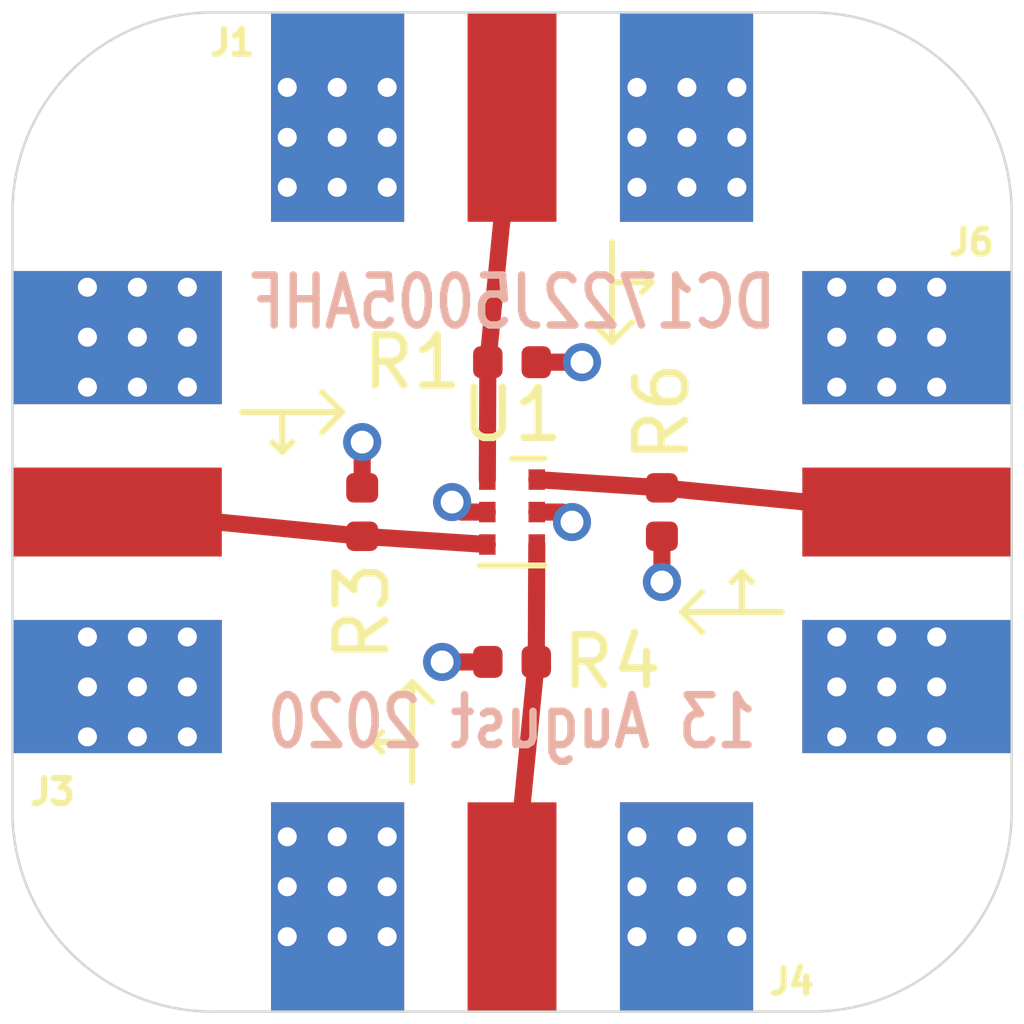
<source format=kicad_pcb>
(kicad_pcb (version 20171130) (host pcbnew 5.1.6)

  (general
    (thickness 1.6)
    (drawings 34)
    (tracks 22)
    (zones 0)
    (modules 9)
    (nets 6)
  )

  (page A4)
  (layers
    (0 F.Cu signal)
    (1 In1.Cu signal)
    (2 In2.Cu signal)
    (31 B.Cu signal)
    (32 B.Adhes user)
    (33 F.Adhes user)
    (34 B.Paste user)
    (35 F.Paste user)
    (36 B.SilkS user)
    (37 F.SilkS user)
    (38 B.Mask user)
    (39 F.Mask user)
    (40 Dwgs.User user)
    (41 Cmts.User user)
    (42 Eco1.User user)
    (43 Eco2.User user)
    (44 Edge.Cuts user)
    (45 Margin user)
    (46 B.CrtYd user)
    (47 F.CrtYd user)
    (48 B.Fab user)
    (49 F.Fab user)
  )

  (setup
    (last_trace_width 0.3429)
    (trace_clearance 0.2032)
    (zone_clearance 0.254)
    (zone_45_only no)
    (trace_min 0.2)
    (via_size 0.762)
    (via_drill 0.4572)
    (via_min_size 0.4)
    (via_min_drill 0.3)
    (uvia_size 0.3)
    (uvia_drill 0.1)
    (uvias_allowed no)
    (uvia_min_size 0.2)
    (uvia_min_drill 0.1)
    (edge_width 0.05)
    (segment_width 0.2)
    (pcb_text_width 0.3)
    (pcb_text_size 1.5 1.5)
    (mod_edge_width 0.12)
    (mod_text_size 1 1)
    (mod_text_width 0.15)
    (pad_size 1.524 1.524)
    (pad_drill 0.762)
    (pad_to_mask_clearance 0.05)
    (aux_axis_origin 0 0)
    (visible_elements FFFFFF7F)
    (pcbplotparams
      (layerselection 0x010f8_ffffffff)
      (usegerberextensions true)
      (usegerberattributes false)
      (usegerberadvancedattributes true)
      (creategerberjobfile false)
      (excludeedgelayer true)
      (linewidth 0.100000)
      (plotframeref false)
      (viasonmask false)
      (mode 1)
      (useauxorigin false)
      (hpglpennumber 1)
      (hpglpenspeed 20)
      (hpglpendiameter 15.000000)
      (psnegative false)
      (psa4output false)
      (plotreference true)
      (plotvalue true)
      (plotinvisibletext false)
      (padsonsilk false)
      (subtractmaskfromsilk false)
      (outputformat 1)
      (mirror false)
      (drillshape 0)
      (scaleselection 1)
      (outputdirectory "gerber"))
  )

  (net 0 "")
  (net 1 "Net-(J1-Pad1)")
  (net 2 GND)
  (net 3 "Net-(J3-Pad1)")
  (net 4 "Net-(J4-Pad1)")
  (net 5 "Net-(J6-Pad1)")

  (net_class Default "This is the default net class."
    (clearance 0.2032)
    (trace_width 0.3429)
    (via_dia 0.762)
    (via_drill 0.4572)
    (uvia_dia 0.3)
    (uvia_drill 0.1)
    (add_net GND)
    (add_net "Net-(J1-Pad1)")
    (add_net "Net-(J3-Pad1)")
    (add_net "Net-(J4-Pad1)")
    (add_net "Net-(J6-Pad1)")
  )

  (module Resistor_SMD:R_0402_1005Metric (layer F.Cu) (tedit 5B301BBD) (tstamp 5F35C0D7)
    (at 153 100 90)
    (descr "Resistor SMD 0402 (1005 Metric), square (rectangular) end terminal, IPC_7351 nominal, (Body size source: http://www.tortai-tech.com/upload/download/2011102023233369053.pdf), generated with kicad-footprint-generator")
    (tags resistor)
    (path /5F36B3A0)
    (attr smd)
    (fp_text reference R6 (at 2 0 90) (layer F.SilkS)
      (effects (font (size 1 1) (thickness 0.15)))
    )
    (fp_text value 50 (at 0 1.17 90) (layer F.Fab)
      (effects (font (size 1 1) (thickness 0.15)))
    )
    (fp_text user %R (at 0 0 90) (layer F.Fab)
      (effects (font (size 0.25 0.25) (thickness 0.04)))
    )
    (fp_line (start -0.5 0.25) (end -0.5 -0.25) (layer F.Fab) (width 0.1))
    (fp_line (start -0.5 -0.25) (end 0.5 -0.25) (layer F.Fab) (width 0.1))
    (fp_line (start 0.5 -0.25) (end 0.5 0.25) (layer F.Fab) (width 0.1))
    (fp_line (start 0.5 0.25) (end -0.5 0.25) (layer F.Fab) (width 0.1))
    (fp_line (start -0.93 0.47) (end -0.93 -0.47) (layer F.CrtYd) (width 0.05))
    (fp_line (start -0.93 -0.47) (end 0.93 -0.47) (layer F.CrtYd) (width 0.05))
    (fp_line (start 0.93 -0.47) (end 0.93 0.47) (layer F.CrtYd) (width 0.05))
    (fp_line (start 0.93 0.47) (end -0.93 0.47) (layer F.CrtYd) (width 0.05))
    (pad 2 smd roundrect (at 0.485 0 90) (size 0.59 0.64) (layers F.Cu F.Paste F.Mask) (roundrect_rratio 0.25)
      (net 5 "Net-(J6-Pad1)"))
    (pad 1 smd roundrect (at -0.485 0 90) (size 0.59 0.64) (layers F.Cu F.Paste F.Mask) (roundrect_rratio 0.25)
      (net 2 GND))
    (model ${KISYS3DMOD}/Resistor_SMD.3dshapes/R_0402_1005Metric.wrl
      (at (xyz 0 0 0))
      (scale (xyz 1 1 1))
      (rotate (xyz 0 0 0))
    )
  )

  (module Resistor_SMD:R_0402_1005Metric (layer F.Cu) (tedit 5B301BBD) (tstamp 5F35D05F)
    (at 150 103)
    (descr "Resistor SMD 0402 (1005 Metric), square (rectangular) end terminal, IPC_7351 nominal, (Body size source: http://www.tortai-tech.com/upload/download/2011102023233369053.pdf), generated with kicad-footprint-generator")
    (tags resistor)
    (path /5F389E1E)
    (attr smd)
    (fp_text reference R4 (at 2 0) (layer F.SilkS)
      (effects (font (size 1 1) (thickness 0.15)))
    )
    (fp_text value 50 (at 0 1.17) (layer F.Fab)
      (effects (font (size 1 1) (thickness 0.15)))
    )
    (fp_text user %R (at 0 0) (layer F.Fab)
      (effects (font (size 0.25 0.25) (thickness 0.04)))
    )
    (fp_line (start -0.5 0.25) (end -0.5 -0.25) (layer F.Fab) (width 0.1))
    (fp_line (start -0.5 -0.25) (end 0.5 -0.25) (layer F.Fab) (width 0.1))
    (fp_line (start 0.5 -0.25) (end 0.5 0.25) (layer F.Fab) (width 0.1))
    (fp_line (start 0.5 0.25) (end -0.5 0.25) (layer F.Fab) (width 0.1))
    (fp_line (start -0.93 0.47) (end -0.93 -0.47) (layer F.CrtYd) (width 0.05))
    (fp_line (start -0.93 -0.47) (end 0.93 -0.47) (layer F.CrtYd) (width 0.05))
    (fp_line (start 0.93 -0.47) (end 0.93 0.47) (layer F.CrtYd) (width 0.05))
    (fp_line (start 0.93 0.47) (end -0.93 0.47) (layer F.CrtYd) (width 0.05))
    (pad 2 smd roundrect (at 0.485 0) (size 0.59 0.64) (layers F.Cu F.Paste F.Mask) (roundrect_rratio 0.25)
      (net 4 "Net-(J4-Pad1)"))
    (pad 1 smd roundrect (at -0.485 0) (size 0.59 0.64) (layers F.Cu F.Paste F.Mask) (roundrect_rratio 0.25)
      (net 2 GND))
    (model ${KISYS3DMOD}/Resistor_SMD.3dshapes/R_0402_1005Metric.wrl
      (at (xyz 0 0 0))
      (scale (xyz 1 1 1))
      (rotate (xyz 0 0 0))
    )
  )

  (module Resistor_SMD:R_0402_1005Metric (layer F.Cu) (tedit 5B301BBD) (tstamp 5F35CA82)
    (at 147 100 270)
    (descr "Resistor SMD 0402 (1005 Metric), square (rectangular) end terminal, IPC_7351 nominal, (Body size source: http://www.tortai-tech.com/upload/download/2011102023233369053.pdf), generated with kicad-footprint-generator")
    (tags resistor)
    (path /5F38EAF0)
    (attr smd)
    (fp_text reference R3 (at 2 0 90) (layer F.SilkS)
      (effects (font (size 1 1) (thickness 0.15)))
    )
    (fp_text value 50 (at 0 1.17 90) (layer F.Fab)
      (effects (font (size 1 1) (thickness 0.15)))
    )
    (fp_text user %R (at 0 0 90) (layer F.Fab)
      (effects (font (size 0.25 0.25) (thickness 0.04)))
    )
    (fp_line (start -0.5 0.25) (end -0.5 -0.25) (layer F.Fab) (width 0.1))
    (fp_line (start -0.5 -0.25) (end 0.5 -0.25) (layer F.Fab) (width 0.1))
    (fp_line (start 0.5 -0.25) (end 0.5 0.25) (layer F.Fab) (width 0.1))
    (fp_line (start 0.5 0.25) (end -0.5 0.25) (layer F.Fab) (width 0.1))
    (fp_line (start -0.93 0.47) (end -0.93 -0.47) (layer F.CrtYd) (width 0.05))
    (fp_line (start -0.93 -0.47) (end 0.93 -0.47) (layer F.CrtYd) (width 0.05))
    (fp_line (start 0.93 -0.47) (end 0.93 0.47) (layer F.CrtYd) (width 0.05))
    (fp_line (start 0.93 0.47) (end -0.93 0.47) (layer F.CrtYd) (width 0.05))
    (pad 2 smd roundrect (at 0.485 0 270) (size 0.59 0.64) (layers F.Cu F.Paste F.Mask) (roundrect_rratio 0.25)
      (net 3 "Net-(J3-Pad1)"))
    (pad 1 smd roundrect (at -0.485 0 270) (size 0.59 0.64) (layers F.Cu F.Paste F.Mask) (roundrect_rratio 0.25)
      (net 2 GND))
    (model ${KISYS3DMOD}/Resistor_SMD.3dshapes/R_0402_1005Metric.wrl
      (at (xyz 0 0 0))
      (scale (xyz 1 1 1))
      (rotate (xyz 0 0 0))
    )
  )

  (module Resistor_SMD:R_0402_1005Metric (layer F.Cu) (tedit 5B301BBD) (tstamp 5F35CB65)
    (at 150 97 180)
    (descr "Resistor SMD 0402 (1005 Metric), square (rectangular) end terminal, IPC_7351 nominal, (Body size source: http://www.tortai-tech.com/upload/download/2011102023233369053.pdf), generated with kicad-footprint-generator")
    (tags resistor)
    (path /5F38EAC1)
    (attr smd)
    (fp_text reference R1 (at 2 0) (layer F.SilkS)
      (effects (font (size 1 1) (thickness 0.15)))
    )
    (fp_text value 50 (at 0 1.17) (layer F.Fab)
      (effects (font (size 1 1) (thickness 0.15)))
    )
    (fp_text user %R (at 0 0) (layer F.Fab)
      (effects (font (size 0.25 0.25) (thickness 0.04)))
    )
    (fp_line (start -0.5 0.25) (end -0.5 -0.25) (layer F.Fab) (width 0.1))
    (fp_line (start -0.5 -0.25) (end 0.5 -0.25) (layer F.Fab) (width 0.1))
    (fp_line (start 0.5 -0.25) (end 0.5 0.25) (layer F.Fab) (width 0.1))
    (fp_line (start 0.5 0.25) (end -0.5 0.25) (layer F.Fab) (width 0.1))
    (fp_line (start -0.93 0.47) (end -0.93 -0.47) (layer F.CrtYd) (width 0.05))
    (fp_line (start -0.93 -0.47) (end 0.93 -0.47) (layer F.CrtYd) (width 0.05))
    (fp_line (start 0.93 -0.47) (end 0.93 0.47) (layer F.CrtYd) (width 0.05))
    (fp_line (start 0.93 0.47) (end -0.93 0.47) (layer F.CrtYd) (width 0.05))
    (pad 2 smd roundrect (at 0.485 0 180) (size 0.59 0.64) (layers F.Cu F.Paste F.Mask) (roundrect_rratio 0.25)
      (net 1 "Net-(J1-Pad1)"))
    (pad 1 smd roundrect (at -0.485 0 180) (size 0.59 0.64) (layers F.Cu F.Paste F.Mask) (roundrect_rratio 0.25)
      (net 2 GND))
    (model ${KISYS3DMOD}/Resistor_SMD.3dshapes/R_0402_1005Metric.wrl
      (at (xyz 0 0 0))
      (scale (xyz 1 1 1))
      (rotate (xyz 0 0 0))
    )
  )

  (module RF_Converter:Anaren_0805_2012Metric-6 (layer F.Cu) (tedit 5C4621EA) (tstamp 5F35D3B8)
    (at 150 100)
    (descr "https://cdn.anaren.com/product-documents/Xinger/DirectionalCouplers/DC4759J5020AHF/DC4759J5020AHF_DataSheet(Rev_E).pdf")
    (tags "coupler rf")
    (path /5F35820C)
    (clearance 0.04)
    (attr smd)
    (fp_text reference U1 (at 0 -1.95) (layer F.SilkS)
      (effects (font (size 1 1) (thickness 0.15)))
    )
    (fp_text value DC1722J5005AHF (at 0 1.95) (layer F.Fab)
      (effects (font (size 1 1) (thickness 0.15)))
    )
    (fp_text user %R (at 0 0 90) (layer F.Fab)
      (effects (font (size 0.5 0.5) (thickness 0.075)))
    )
    (fp_line (start -0.645 -0.6975) (end -0.645 1.02) (layer F.Fab) (width 0.1))
    (fp_line (start -0.645 1.02) (end 0.645 1.02) (layer F.Fab) (width 0.1))
    (fp_line (start 0.645 1.02) (end 0.645 -1.02) (layer F.Fab) (width 0.1))
    (fp_line (start 0.645 -1.02) (end -0.3225 -1.02) (layer F.Fab) (width 0.1))
    (fp_line (start -0.91 -1.27) (end 0.91 -1.27) (layer F.CrtYd) (width 0.05))
    (fp_line (start 0.91 -1.27) (end 0.91 1.27) (layer F.CrtYd) (width 0.05))
    (fp_line (start 0.91 1.27) (end -0.91 1.27) (layer F.CrtYd) (width 0.05))
    (fp_line (start -0.91 1.27) (end -0.91 -1.27) (layer F.CrtYd) (width 0.05))
    (fp_line (start -0.645 1.07) (end 0.645 1.07) (layer F.SilkS) (width 0.12))
    (fp_line (start 0 -1.07) (end 0.645 -1.07) (layer F.SilkS) (width 0.12))
    (fp_line (start -0.645 -0.6975) (end -0.3225 -1.02) (layer F.Fab) (width 0.1))
    (pad 6 smd rect (at 0.495 -0.65 270) (size 0.41 0.33) (layers F.Cu F.Paste F.Mask)
      (net 5 "Net-(J6-Pad1)"))
    (pad 5 smd rect (at 0.495 0 270) (size 0.41 0.33) (layers F.Cu F.Paste F.Mask)
      (net 2 GND))
    (pad 4 smd rect (at 0.495 0.65 270) (size 0.41 0.33) (layers F.Cu F.Paste F.Mask)
      (net 4 "Net-(J4-Pad1)"))
    (pad 3 smd rect (at -0.495 0.65 270) (size 0.41 0.33) (layers F.Cu F.Paste F.Mask)
      (net 3 "Net-(J3-Pad1)"))
    (pad 2 smd rect (at -0.495 0 270) (size 0.41 0.33) (layers F.Cu F.Paste F.Mask)
      (net 2 GND))
    (pad 1 smd rect (at -0.495 -0.65 270) (size 0.41 0.33) (layers F.Cu F.Paste F.Mask)
      (net 1 "Net-(J1-Pad1)"))
    (model ${KISYS3DMOD}/RF_Converter.3dshapes/Anaren_0805_2012Metric-6.wrl
      (at (xyz 0 0 0))
      (scale (xyz 1 1 1))
      (rotate (xyz 0 0 0))
    )
  )

  (module gsg-modules:SMA-73251-2120 (layer F.Cu) (tedit 52DD8040) (tstamp 5F35C738)
    (at 160 100 180)
    (path /5F358A94)
    (fp_text reference J6 (at 0.8 5.4) (layer F.SilkS)
      (effects (font (size 0.50038 0.50038) (thickness 0.12446)))
    )
    (fp_text value Conn_Coaxial (at 1.99898 4.0005) (layer F.SilkS) hide
      (effects (font (size 0.50038 0.50038) (thickness 0.12446)))
    )
    (pad 1 smd rect (at 2.095 0 180) (size 4.19 1.78) (layers F.Cu F.Mask)
      (net 5 "Net-(J6-Pad1)") (die_length -1518.485687))
    (pad 2 smd rect (at 2.095 -3.4925 180) (size 4.19 2.665) (layers F.Cu F.Mask)
      (net 2 GND))
    (pad 2 smd rect (at 2.095 3.4925 180) (size 4.19 2.665) (layers F.Cu F.Mask)
      (net 2 GND) (die_length 509.13792))
    (pad 2 smd rect (at 2.095 -3.4925 180) (size 4.19 2.665) (layers B.Cu B.Mask)
      (net 2 GND))
    (pad 2 smd rect (at 2.095 3.4925 180) (size 4.19 2.665) (layers B.Cu B.Mask)
      (net 2 GND) (die_length 483.12832))
    (pad 2 thru_hole circle (at 3.5 2.5 180) (size 0.6 0.6) (drill 0.381) (layers *.Cu)
      (net 2 GND))
    (pad 2 thru_hole circle (at 3.5 3.5 180) (size 0.6 0.6) (drill 0.381) (layers *.Cu)
      (net 2 GND))
    (pad 2 thru_hole circle (at 3.5 4.5 180) (size 0.6 0.6) (drill 0.381) (layers *.Cu)
      (net 2 GND))
    (pad 2 thru_hole circle (at 2.5 2.5 180) (size 0.6 0.6) (drill 0.381) (layers *.Cu)
      (net 2 GND))
    (pad 2 thru_hole circle (at 2.5 3.5 180) (size 0.6 0.6) (drill 0.381) (layers *.Cu)
      (net 2 GND))
    (pad 2 thru_hole circle (at 2.5 4.5 180) (size 0.6 0.6) (drill 0.381) (layers *.Cu)
      (net 2 GND))
    (pad 2 thru_hole circle (at 1.5 2.5 180) (size 0.6 0.6) (drill 0.381) (layers *.Cu)
      (net 2 GND))
    (pad 2 thru_hole circle (at 1.5 3.5 180) (size 0.6 0.6) (drill 0.381) (layers *.Cu)
      (net 2 GND))
    (pad 2 thru_hole circle (at 1.5 4.5 180) (size 0.6 0.6) (drill 0.381) (layers *.Cu)
      (net 2 GND))
    (pad 2 thru_hole circle (at 3.5 -2.5 180) (size 0.6 0.6) (drill 0.381) (layers *.Cu)
      (net 2 GND))
    (pad 2 thru_hole circle (at 3.5 -3.5 180) (size 0.6 0.6) (drill 0.381) (layers *.Cu)
      (net 2 GND))
    (pad 2 thru_hole circle (at 3.5 -4.5 180) (size 0.6 0.6) (drill 0.381) (layers *.Cu)
      (net 2 GND))
    (pad 2 thru_hole circle (at 2.5 -2.5 180) (size 0.6 0.6) (drill 0.381) (layers *.Cu)
      (net 2 GND))
    (pad 2 thru_hole circle (at 2.5 -3.5 180) (size 0.6 0.6) (drill 0.381) (layers *.Cu)
      (net 2 GND))
    (pad 2 thru_hole circle (at 2.5 -4.5 180) (size 0.6 0.6) (drill 0.381) (layers *.Cu)
      (net 2 GND))
    (pad 2 thru_hole circle (at 1.5 -2.5 180) (size 0.6 0.6) (drill 0.381) (layers *.Cu)
      (net 2 GND))
    (pad 2 thru_hole circle (at 1.5 -3.5 180) (size 0.6 0.6) (drill 0.381) (layers *.Cu)
      (net 2 GND))
    (pad 2 thru_hole circle (at 1.5 -4.5 180) (size 0.6 0.6) (drill 0.381) (layers *.Cu)
      (net 2 GND))
  )

  (module gsg-modules:SMA-73251-2120 (layer F.Cu) (tedit 52DD8040) (tstamp 5F35C078)
    (at 150 110 90)
    (path /5F389E08)
    (fp_text reference J4 (at 0.6 5.6 180) (layer F.SilkS)
      (effects (font (size 0.50038 0.50038) (thickness 0.12446)))
    )
    (fp_text value Conn_Coaxial (at 1.99898 4.0005 90) (layer F.SilkS) hide
      (effects (font (size 0.50038 0.50038) (thickness 0.12446)))
    )
    (pad 1 smd rect (at 2.095 0 90) (size 4.19 1.78) (layers F.Cu F.Mask)
      (net 4 "Net-(J4-Pad1)") (die_length -1518.485687))
    (pad 2 smd rect (at 2.095 -3.4925 90) (size 4.19 2.665) (layers F.Cu F.Mask)
      (net 2 GND))
    (pad 2 smd rect (at 2.095 3.4925 90) (size 4.19 2.665) (layers F.Cu F.Mask)
      (net 2 GND) (die_length 509.13792))
    (pad 2 smd rect (at 2.095 -3.4925 90) (size 4.19 2.665) (layers B.Cu B.Mask)
      (net 2 GND))
    (pad 2 smd rect (at 2.095 3.4925 90) (size 4.19 2.665) (layers B.Cu B.Mask)
      (net 2 GND) (die_length 483.12832))
    (pad 2 thru_hole circle (at 3.5 2.5 90) (size 0.6 0.6) (drill 0.381) (layers *.Cu)
      (net 2 GND))
    (pad 2 thru_hole circle (at 3.5 3.5 90) (size 0.6 0.6) (drill 0.381) (layers *.Cu)
      (net 2 GND))
    (pad 2 thru_hole circle (at 3.5 4.5 90) (size 0.6 0.6) (drill 0.381) (layers *.Cu)
      (net 2 GND))
    (pad 2 thru_hole circle (at 2.5 2.5 90) (size 0.6 0.6) (drill 0.381) (layers *.Cu)
      (net 2 GND))
    (pad 2 thru_hole circle (at 2.5 3.5 90) (size 0.6 0.6) (drill 0.381) (layers *.Cu)
      (net 2 GND))
    (pad 2 thru_hole circle (at 2.5 4.5 90) (size 0.6 0.6) (drill 0.381) (layers *.Cu)
      (net 2 GND))
    (pad 2 thru_hole circle (at 1.5 2.5 90) (size 0.6 0.6) (drill 0.381) (layers *.Cu)
      (net 2 GND))
    (pad 2 thru_hole circle (at 1.5 3.5 90) (size 0.6 0.6) (drill 0.381) (layers *.Cu)
      (net 2 GND))
    (pad 2 thru_hole circle (at 1.5 4.5 90) (size 0.6 0.6) (drill 0.381) (layers *.Cu)
      (net 2 GND))
    (pad 2 thru_hole circle (at 3.5 -2.5 90) (size 0.6 0.6) (drill 0.381) (layers *.Cu)
      (net 2 GND))
    (pad 2 thru_hole circle (at 3.5 -3.5 90) (size 0.6 0.6) (drill 0.381) (layers *.Cu)
      (net 2 GND))
    (pad 2 thru_hole circle (at 3.5 -4.5 90) (size 0.6 0.6) (drill 0.381) (layers *.Cu)
      (net 2 GND))
    (pad 2 thru_hole circle (at 2.5 -2.5 90) (size 0.6 0.6) (drill 0.381) (layers *.Cu)
      (net 2 GND))
    (pad 2 thru_hole circle (at 2.5 -3.5 90) (size 0.6 0.6) (drill 0.381) (layers *.Cu)
      (net 2 GND))
    (pad 2 thru_hole circle (at 2.5 -4.5 90) (size 0.6 0.6) (drill 0.381) (layers *.Cu)
      (net 2 GND))
    (pad 2 thru_hole circle (at 1.5 -2.5 90) (size 0.6 0.6) (drill 0.381) (layers *.Cu)
      (net 2 GND))
    (pad 2 thru_hole circle (at 1.5 -3.5 90) (size 0.6 0.6) (drill 0.381) (layers *.Cu)
      (net 2 GND))
    (pad 2 thru_hole circle (at 1.5 -4.5 90) (size 0.6 0.6) (drill 0.381) (layers *.Cu)
      (net 2 GND))
  )

  (module gsg-modules:SMA-73251-2120 (layer F.Cu) (tedit 52DD8040) (tstamp 5F35C05D)
    (at 140 100)
    (path /5F38EADA)
    (fp_text reference J3 (at 0.8 5.6) (layer F.SilkS)
      (effects (font (size 0.50038 0.50038) (thickness 0.12446)))
    )
    (fp_text value Conn_Coaxial (at 1.99898 4.0005) (layer F.SilkS) hide
      (effects (font (size 0.50038 0.50038) (thickness 0.12446)))
    )
    (pad 1 smd rect (at 2.095 0) (size 4.19 1.78) (layers F.Cu F.Mask)
      (net 3 "Net-(J3-Pad1)") (die_length -1518.485687))
    (pad 2 smd rect (at 2.095 -3.4925) (size 4.19 2.665) (layers F.Cu F.Mask)
      (net 2 GND))
    (pad 2 smd rect (at 2.095 3.4925) (size 4.19 2.665) (layers F.Cu F.Mask)
      (net 2 GND) (die_length 509.13792))
    (pad 2 smd rect (at 2.095 -3.4925) (size 4.19 2.665) (layers B.Cu B.Mask)
      (net 2 GND))
    (pad 2 smd rect (at 2.095 3.4925) (size 4.19 2.665) (layers B.Cu B.Mask)
      (net 2 GND) (die_length 483.12832))
    (pad 2 thru_hole circle (at 3.5 2.5) (size 0.6 0.6) (drill 0.381) (layers *.Cu)
      (net 2 GND))
    (pad 2 thru_hole circle (at 3.5 3.5) (size 0.6 0.6) (drill 0.381) (layers *.Cu)
      (net 2 GND))
    (pad 2 thru_hole circle (at 3.5 4.5) (size 0.6 0.6) (drill 0.381) (layers *.Cu)
      (net 2 GND))
    (pad 2 thru_hole circle (at 2.5 2.5) (size 0.6 0.6) (drill 0.381) (layers *.Cu)
      (net 2 GND))
    (pad 2 thru_hole circle (at 2.5 3.5) (size 0.6 0.6) (drill 0.381) (layers *.Cu)
      (net 2 GND))
    (pad 2 thru_hole circle (at 2.5 4.5) (size 0.6 0.6) (drill 0.381) (layers *.Cu)
      (net 2 GND))
    (pad 2 thru_hole circle (at 1.5 2.5) (size 0.6 0.6) (drill 0.381) (layers *.Cu)
      (net 2 GND))
    (pad 2 thru_hole circle (at 1.5 3.5) (size 0.6 0.6) (drill 0.381) (layers *.Cu)
      (net 2 GND))
    (pad 2 thru_hole circle (at 1.5 4.5) (size 0.6 0.6) (drill 0.381) (layers *.Cu)
      (net 2 GND))
    (pad 2 thru_hole circle (at 3.5 -2.5) (size 0.6 0.6) (drill 0.381) (layers *.Cu)
      (net 2 GND))
    (pad 2 thru_hole circle (at 3.5 -3.5) (size 0.6 0.6) (drill 0.381) (layers *.Cu)
      (net 2 GND))
    (pad 2 thru_hole circle (at 3.5 -4.5) (size 0.6 0.6) (drill 0.381) (layers *.Cu)
      (net 2 GND))
    (pad 2 thru_hole circle (at 2.5 -2.5) (size 0.6 0.6) (drill 0.381) (layers *.Cu)
      (net 2 GND))
    (pad 2 thru_hole circle (at 2.5 -3.5) (size 0.6 0.6) (drill 0.381) (layers *.Cu)
      (net 2 GND))
    (pad 2 thru_hole circle (at 2.5 -4.5) (size 0.6 0.6) (drill 0.381) (layers *.Cu)
      (net 2 GND))
    (pad 2 thru_hole circle (at 1.5 -2.5) (size 0.6 0.6) (drill 0.381) (layers *.Cu)
      (net 2 GND))
    (pad 2 thru_hole circle (at 1.5 -3.5) (size 0.6 0.6) (drill 0.381) (layers *.Cu)
      (net 2 GND))
    (pad 2 thru_hole circle (at 1.5 -4.5) (size 0.6 0.6) (drill 0.381) (layers *.Cu)
      (net 2 GND))
  )

  (module gsg-modules:SMA-73251-2120 (layer F.Cu) (tedit 52DD8040) (tstamp 5F35C042)
    (at 150 90 270)
    (path /5F38EAA0)
    (fp_text reference J1 (at 0.6 5.6 180) (layer F.SilkS)
      (effects (font (size 0.50038 0.50038) (thickness 0.12446)))
    )
    (fp_text value Conn_Coaxial (at 1.99898 4.0005 90) (layer F.SilkS) hide
      (effects (font (size 0.50038 0.50038) (thickness 0.12446)))
    )
    (pad 1 smd rect (at 2.095 0 270) (size 4.19 1.78) (layers F.Cu F.Mask)
      (net 1 "Net-(J1-Pad1)") (die_length -1518.485687))
    (pad 2 smd rect (at 2.095 -3.4925 270) (size 4.19 2.665) (layers F.Cu F.Mask)
      (net 2 GND))
    (pad 2 smd rect (at 2.095 3.4925 270) (size 4.19 2.665) (layers F.Cu F.Mask)
      (net 2 GND) (die_length 509.13792))
    (pad 2 smd rect (at 2.095 -3.4925 270) (size 4.19 2.665) (layers B.Cu B.Mask)
      (net 2 GND))
    (pad 2 smd rect (at 2.095 3.4925 270) (size 4.19 2.665) (layers B.Cu B.Mask)
      (net 2 GND) (die_length 483.12832))
    (pad 2 thru_hole circle (at 3.5 2.5 270) (size 0.6 0.6) (drill 0.381) (layers *.Cu)
      (net 2 GND))
    (pad 2 thru_hole circle (at 3.5 3.5 270) (size 0.6 0.6) (drill 0.381) (layers *.Cu)
      (net 2 GND))
    (pad 2 thru_hole circle (at 3.5 4.5 270) (size 0.6 0.6) (drill 0.381) (layers *.Cu)
      (net 2 GND))
    (pad 2 thru_hole circle (at 2.5 2.5 270) (size 0.6 0.6) (drill 0.381) (layers *.Cu)
      (net 2 GND))
    (pad 2 thru_hole circle (at 2.5 3.5 270) (size 0.6 0.6) (drill 0.381) (layers *.Cu)
      (net 2 GND))
    (pad 2 thru_hole circle (at 2.5 4.5 270) (size 0.6 0.6) (drill 0.381) (layers *.Cu)
      (net 2 GND))
    (pad 2 thru_hole circle (at 1.5 2.5 270) (size 0.6 0.6) (drill 0.381) (layers *.Cu)
      (net 2 GND))
    (pad 2 thru_hole circle (at 1.5 3.5 270) (size 0.6 0.6) (drill 0.381) (layers *.Cu)
      (net 2 GND))
    (pad 2 thru_hole circle (at 1.5 4.5 270) (size 0.6 0.6) (drill 0.381) (layers *.Cu)
      (net 2 GND))
    (pad 2 thru_hole circle (at 3.5 -2.5 270) (size 0.6 0.6) (drill 0.381) (layers *.Cu)
      (net 2 GND))
    (pad 2 thru_hole circle (at 3.5 -3.5 270) (size 0.6 0.6) (drill 0.381) (layers *.Cu)
      (net 2 GND))
    (pad 2 thru_hole circle (at 3.5 -4.5 270) (size 0.6 0.6) (drill 0.381) (layers *.Cu)
      (net 2 GND))
    (pad 2 thru_hole circle (at 2.5 -2.5 270) (size 0.6 0.6) (drill 0.381) (layers *.Cu)
      (net 2 GND))
    (pad 2 thru_hole circle (at 2.5 -3.5 270) (size 0.6 0.6) (drill 0.381) (layers *.Cu)
      (net 2 GND))
    (pad 2 thru_hole circle (at 2.5 -4.5 270) (size 0.6 0.6) (drill 0.381) (layers *.Cu)
      (net 2 GND))
    (pad 2 thru_hole circle (at 1.5 -2.5 270) (size 0.6 0.6) (drill 0.381) (layers *.Cu)
      (net 2 GND))
    (pad 2 thru_hole circle (at 1.5 -3.5 270) (size 0.6 0.6) (drill 0.381) (layers *.Cu)
      (net 2 GND))
    (pad 2 thru_hole circle (at 1.5 -4.5 270) (size 0.6 0.6) (drill 0.381) (layers *.Cu)
      (net 2 GND))
  )

  (gr_text "13 August 2020" (at 150 104.2) (layer B.SilkS) (tstamp 5F35D3E7)
    (effects (font (size 1 0.8) (thickness 0.15)) (justify mirror))
  )
  (gr_text DC1722J5005AHF (at 150 95.8) (layer B.SilkS)
    (effects (font (size 1 0.8) (thickness 0.15)) (justify mirror))
  )
  (gr_line (start 154.6 101.2) (end 154.8 101.4) (layer F.SilkS) (width 0.12))
  (gr_line (start 154.6 101.2) (end 154.4 101.4) (layer F.SilkS) (width 0.12))
  (gr_line (start 154.6 102) (end 154.6 101.2) (layer F.SilkS) (width 0.12))
  (gr_line (start 153.4 102) (end 153.8 102.4) (layer F.SilkS) (width 0.12))
  (gr_line (start 153.4 102) (end 153.8 101.6) (layer F.SilkS) (width 0.12))
  (gr_line (start 155.4 102) (end 153.4 102) (layer F.SilkS) (width 0.12))
  (gr_line (start 147.2 104.6) (end 147.4 104.8) (layer F.SilkS) (width 0.12))
  (gr_line (start 147.2 104.6) (end 147.4 104.4) (layer F.SilkS) (width 0.12))
  (gr_line (start 148 104.6) (end 147.2 104.6) (layer F.SilkS) (width 0.12))
  (gr_line (start 148 103.4) (end 147.6 103.8) (layer F.SilkS) (width 0.12))
  (gr_line (start 148 103.4) (end 148.4 103.8) (layer F.SilkS) (width 0.12))
  (gr_line (start 148 105.4) (end 148 103.4) (layer F.SilkS) (width 0.12))
  (gr_line (start 145.4 98.8) (end 145.2 98.6) (layer F.SilkS) (width 0.12))
  (gr_line (start 145.4 98.8) (end 145.6 98.6) (layer F.SilkS) (width 0.12))
  (gr_line (start 145.4 98) (end 145.4 98.8) (layer F.SilkS) (width 0.12))
  (gr_line (start 146.6 98) (end 146.2 98.4) (layer F.SilkS) (width 0.12))
  (gr_line (start 146.6 98) (end 146.2 97.6) (layer F.SilkS) (width 0.12))
  (gr_line (start 144.6 98) (end 146.6 98) (layer F.SilkS) (width 0.12))
  (gr_line (start 152.8 95.4) (end 152.6 95.6) (layer F.SilkS) (width 0.12))
  (gr_line (start 152.8 95.4) (end 152.6 95.2) (layer F.SilkS) (width 0.12))
  (gr_line (start 152 95.4) (end 152.8 95.4) (layer F.SilkS) (width 0.12))
  (gr_line (start 152 96.6) (end 152.4 96.2) (layer F.SilkS) (width 0.12))
  (gr_line (start 152 96.6) (end 151.6 96.2) (layer F.SilkS) (width 0.12))
  (gr_line (start 152 94.6) (end 152 96.6) (layer F.SilkS) (width 0.12))
  (gr_line (start 160 106) (end 160 94) (layer Edge.Cuts) (width 0.05) (tstamp 5F35CBFF))
  (gr_line (start 144 110) (end 156 110) (layer Edge.Cuts) (width 0.05) (tstamp 5F35CBFE))
  (gr_line (start 140 94) (end 140 106) (layer Edge.Cuts) (width 0.05) (tstamp 5F35CBFD))
  (gr_line (start 156 90) (end 144 90) (layer Edge.Cuts) (width 0.05) (tstamp 5F35CBFC))
  (gr_arc (start 156 94) (end 160 94) (angle -90) (layer Edge.Cuts) (width 0.05))
  (gr_arc (start 156 106) (end 156 110) (angle -90) (layer Edge.Cuts) (width 0.05))
  (gr_arc (start 144 106) (end 140 106) (angle -90) (layer Edge.Cuts) (width 0.05))
  (gr_arc (start 144 94) (end 144 90) (angle -90) (layer Edge.Cuts) (width 0.05))

  (segment (start 149.505 99.35) (end 149.515 97) (width 0.3429) (layer F.Cu) (net 1))
  (segment (start 149.515 97) (end 150 92.095) (width 0.3429) (layer F.Cu) (net 1))
  (via (at 151.2 100.2) (size 0.762) (drill 0.4572) (layers F.Cu B.Cu) (net 2))
  (segment (start 150.495 100) (end 151 100) (width 0.3429) (layer F.Cu) (net 2))
  (segment (start 151 100) (end 151.2 100.2) (width 0.3429) (layer F.Cu) (net 2))
  (via (at 148.8 99.8) (size 0.762) (drill 0.4572) (layers F.Cu B.Cu) (net 2))
  (segment (start 149.505 100) (end 149 100) (width 0.3429) (layer F.Cu) (net 2))
  (segment (start 149 100) (end 148.8 99.8) (width 0.3429) (layer F.Cu) (net 2))
  (via (at 148.6 103) (size 0.762) (drill 0.4572) (layers F.Cu B.Cu) (net 2))
  (segment (start 149.515 103) (end 148.6 103) (width 0.3429) (layer F.Cu) (net 2))
  (via (at 147 98.6) (size 0.762) (drill 0.4572) (layers F.Cu B.Cu) (net 2))
  (segment (start 147 99.515) (end 147 98.6) (width 0.3429) (layer F.Cu) (net 2))
  (via (at 151.4 97) (size 0.762) (drill 0.4572) (layers F.Cu B.Cu) (net 2))
  (segment (start 150.485 97) (end 151.4 97) (width 0.3429) (layer F.Cu) (net 2))
  (via (at 153 101.4) (size 0.762) (drill 0.4572) (layers F.Cu B.Cu) (net 2))
  (segment (start 153 100.485) (end 153 101.4) (width 0.3429) (layer F.Cu) (net 2))
  (segment (start 149.505 100.65) (end 147 100.485) (width 0.3429) (layer F.Cu) (net 3))
  (segment (start 147 100.485) (end 142.095 100) (width 0.3429) (layer F.Cu) (net 3) (tstamp 5F35D191))
  (segment (start 150.495 100.65) (end 150.485 103) (width 0.3429) (layer F.Cu) (net 4))
  (segment (start 150.485 103) (end 150 107.905) (width 0.3429) (layer F.Cu) (net 4) (tstamp 5F35D219))
  (segment (start 150.495 99.35) (end 153 99.515) (width 0.3429) (layer F.Cu) (net 5))
  (segment (start 153 99.515) (end 157.905 100) (width 0.3429) (layer F.Cu) (net 5))

  (zone (net 2) (net_name GND) (layer In2.Cu) (tstamp 5F35D4A8) (hatch edge 0.508)
    (connect_pads (clearance 0.254))
    (min_thickness 0.254)
    (fill yes (arc_segments 32) (thermal_gap 0.254) (thermal_bridge_width 0.3048))
    (polygon
      (pts
        (xy 160 110) (xy 140 110) (xy 140 90) (xy 160 90)
      )
    )
    (filled_polygon
      (pts
        (xy 156.697696 90.476356) (xy 157.368824 90.678982) (xy 157.98781 91.008102) (xy 158.531084 91.451184) (xy 158.977946 91.991347)
        (xy 159.311381 92.608022) (xy 159.518686 93.277716) (xy 159.593976 93.994053) (xy 159.594001 94.001122) (xy 159.594 105.980146)
        (xy 159.523644 106.697696) (xy 159.321017 107.368828) (xy 158.991896 107.987814) (xy 158.548815 108.531084) (xy 158.008652 108.977946)
        (xy 157.391977 109.311381) (xy 156.722284 109.518686) (xy 156.005947 109.593976) (xy 155.999166 109.594) (xy 144.019854 109.594)
        (xy 143.302304 109.523644) (xy 142.631172 109.321017) (xy 142.012186 108.991896) (xy 141.941311 108.934091) (xy 145.10183 108.934091)
        (xy 145.118608 109.068155) (xy 145.236777 109.131644) (xy 145.365063 109.170859) (xy 145.498533 109.184294) (xy 145.632061 109.171432)
        (xy 145.760513 109.132767) (xy 145.878953 109.069785) (xy 145.881392 109.068155) (xy 145.89817 108.934091) (xy 146.10183 108.934091)
        (xy 146.118608 109.068155) (xy 146.236777 109.131644) (xy 146.365063 109.170859) (xy 146.498533 109.184294) (xy 146.632061 109.171432)
        (xy 146.760513 109.132767) (xy 146.878953 109.069785) (xy 146.881392 109.068155) (xy 146.89817 108.934091) (xy 147.10183 108.934091)
        (xy 147.118608 109.068155) (xy 147.236777 109.131644) (xy 147.365063 109.170859) (xy 147.498533 109.184294) (xy 147.632061 109.171432)
        (xy 147.760513 109.132767) (xy 147.878953 109.069785) (xy 147.881392 109.068155) (xy 147.89817 108.934091) (xy 152.10183 108.934091)
        (xy 152.118608 109.068155) (xy 152.236777 109.131644) (xy 152.365063 109.170859) (xy 152.498533 109.184294) (xy 152.632061 109.171432)
        (xy 152.760513 109.132767) (xy 152.878953 109.069785) (xy 152.881392 109.068155) (xy 152.89817 108.934091) (xy 153.10183 108.934091)
        (xy 153.118608 109.068155) (xy 153.236777 109.131644) (xy 153.365063 109.170859) (xy 153.498533 109.184294) (xy 153.632061 109.171432)
        (xy 153.760513 109.132767) (xy 153.878953 109.069785) (xy 153.881392 109.068155) (xy 153.89817 108.934091) (xy 154.10183 108.934091)
        (xy 154.118608 109.068155) (xy 154.236777 109.131644) (xy 154.365063 109.170859) (xy 154.498533 109.184294) (xy 154.632061 109.171432)
        (xy 154.760513 109.132767) (xy 154.878953 109.069785) (xy 154.881392 109.068155) (xy 154.89817 108.934091) (xy 154.5 108.535921)
        (xy 154.10183 108.934091) (xy 153.89817 108.934091) (xy 153.5 108.535921) (xy 153.10183 108.934091) (xy 152.89817 108.934091)
        (xy 152.5 108.535921) (xy 152.10183 108.934091) (xy 147.89817 108.934091) (xy 147.5 108.535921) (xy 147.10183 108.934091)
        (xy 146.89817 108.934091) (xy 146.5 108.535921) (xy 146.10183 108.934091) (xy 145.89817 108.934091) (xy 145.5 108.535921)
        (xy 145.10183 108.934091) (xy 141.941311 108.934091) (xy 141.468916 108.548815) (xy 141.42732 108.498533) (xy 144.815706 108.498533)
        (xy 144.828568 108.632061) (xy 144.867233 108.760513) (xy 144.930215 108.878953) (xy 144.931845 108.881392) (xy 145.065909 108.89817)
        (xy 145.464079 108.5) (xy 145.535921 108.5) (xy 145.934091 108.89817) (xy 146 108.889922) (xy 146.065909 108.89817)
        (xy 146.464079 108.5) (xy 146.535921 108.5) (xy 146.934091 108.89817) (xy 147 108.889922) (xy 147.065909 108.89817)
        (xy 147.464079 108.5) (xy 147.535921 108.5) (xy 147.934091 108.89817) (xy 148.068155 108.881392) (xy 148.131644 108.763223)
        (xy 148.170859 108.634937) (xy 148.184294 108.501467) (xy 148.184012 108.498533) (xy 151.815706 108.498533) (xy 151.828568 108.632061)
        (xy 151.867233 108.760513) (xy 151.930215 108.878953) (xy 151.931845 108.881392) (xy 152.065909 108.89817) (xy 152.464079 108.5)
        (xy 152.535921 108.5) (xy 152.934091 108.89817) (xy 153 108.889922) (xy 153.065909 108.89817) (xy 153.464079 108.5)
        (xy 153.535921 108.5) (xy 153.934091 108.89817) (xy 154 108.889922) (xy 154.065909 108.89817) (xy 154.464079 108.5)
        (xy 154.535921 108.5) (xy 154.934091 108.89817) (xy 155.068155 108.881392) (xy 155.131644 108.763223) (xy 155.170859 108.634937)
        (xy 155.184294 108.501467) (xy 155.171432 108.367939) (xy 155.132767 108.239487) (xy 155.069785 108.121047) (xy 155.068155 108.118608)
        (xy 154.934091 108.10183) (xy 154.535921 108.5) (xy 154.464079 108.5) (xy 154.065909 108.10183) (xy 154 108.110078)
        (xy 153.934091 108.10183) (xy 153.535921 108.5) (xy 153.464079 108.5) (xy 153.065909 108.10183) (xy 153 108.110078)
        (xy 152.934091 108.10183) (xy 152.535921 108.5) (xy 152.464079 108.5) (xy 152.065909 108.10183) (xy 151.931845 108.118608)
        (xy 151.868356 108.236777) (xy 151.829141 108.365063) (xy 151.815706 108.498533) (xy 148.184012 108.498533) (xy 148.171432 108.367939)
        (xy 148.132767 108.239487) (xy 148.069785 108.121047) (xy 148.068155 108.118608) (xy 147.934091 108.10183) (xy 147.535921 108.5)
        (xy 147.464079 108.5) (xy 147.065909 108.10183) (xy 147 108.110078) (xy 146.934091 108.10183) (xy 146.535921 108.5)
        (xy 146.464079 108.5) (xy 146.065909 108.10183) (xy 146 108.110078) (xy 145.934091 108.10183) (xy 145.535921 108.5)
        (xy 145.464079 108.5) (xy 145.065909 108.10183) (xy 144.931845 108.118608) (xy 144.868356 108.236777) (xy 144.829141 108.365063)
        (xy 144.815706 108.498533) (xy 141.42732 108.498533) (xy 141.022054 108.008652) (xy 140.98174 107.934091) (xy 145.10183 107.934091)
        (xy 145.110078 108) (xy 145.10183 108.065909) (xy 145.5 108.464079) (xy 145.89817 108.065909) (xy 145.889922 108)
        (xy 145.89817 107.934091) (xy 146.10183 107.934091) (xy 146.110078 108) (xy 146.10183 108.065909) (xy 146.5 108.464079)
        (xy 146.89817 108.065909) (xy 146.889922 108) (xy 146.89817 107.934091) (xy 147.10183 107.934091) (xy 147.110078 108)
        (xy 147.10183 108.065909) (xy 147.5 108.464079) (xy 147.89817 108.065909) (xy 147.889922 108) (xy 147.89817 107.934091)
        (xy 152.10183 107.934091) (xy 152.110078 108) (xy 152.10183 108.065909) (xy 152.5 108.464079) (xy 152.89817 108.065909)
        (xy 152.889922 108) (xy 152.89817 107.934091) (xy 153.10183 107.934091) (xy 153.110078 108) (xy 153.10183 108.065909)
        (xy 153.5 108.464079) (xy 153.89817 108.065909) (xy 153.889922 108) (xy 153.89817 107.934091) (xy 154.10183 107.934091)
        (xy 154.110078 108) (xy 154.10183 108.065909) (xy 154.5 108.464079) (xy 154.89817 108.065909) (xy 154.889922 108)
        (xy 154.89817 107.934091) (xy 154.5 107.535921) (xy 154.10183 107.934091) (xy 153.89817 107.934091) (xy 153.5 107.535921)
        (xy 153.10183 107.934091) (xy 152.89817 107.934091) (xy 152.5 107.535921) (xy 152.10183 107.934091) (xy 147.89817 107.934091)
        (xy 147.5 107.535921) (xy 147.10183 107.934091) (xy 146.89817 107.934091) (xy 146.5 107.535921) (xy 146.10183 107.934091)
        (xy 145.89817 107.934091) (xy 145.5 107.535921) (xy 145.10183 107.934091) (xy 140.98174 107.934091) (xy 140.746234 107.498533)
        (xy 144.815706 107.498533) (xy 144.828568 107.632061) (xy 144.867233 107.760513) (xy 144.930215 107.878953) (xy 144.931845 107.881392)
        (xy 145.065909 107.89817) (xy 145.464079 107.5) (xy 145.535921 107.5) (xy 145.934091 107.89817) (xy 146 107.889922)
        (xy 146.065909 107.89817) (xy 146.464079 107.5) (xy 146.535921 107.5) (xy 146.934091 107.89817) (xy 147 107.889922)
        (xy 147.065909 107.89817) (xy 147.464079 107.5) (xy 147.535921 107.5) (xy 147.934091 107.89817) (xy 148.068155 107.881392)
        (xy 148.131644 107.763223) (xy 148.170859 107.634937) (xy 148.184294 107.501467) (xy 148.184012 107.498533) (xy 151.815706 107.498533)
        (xy 151.828568 107.632061) (xy 151.867233 107.760513) (xy 151.930215 107.878953) (xy 151.931845 107.881392) (xy 152.065909 107.89817)
        (xy 152.464079 107.5) (xy 152.535921 107.5) (xy 152.934091 107.89817) (xy 153 107.889922) (xy 153.065909 107.89817)
        (xy 153.464079 107.5) (xy 153.535921 107.5) (xy 153.934091 107.89817) (xy 154 107.889922) (xy 154.065909 107.89817)
        (xy 154.464079 107.5) (xy 154.535921 107.5) (xy 154.934091 107.89817) (xy 155.068155 107.881392) (xy 155.131644 107.763223)
        (xy 155.170859 107.634937) (xy 155.184294 107.501467) (xy 155.171432 107.367939) (xy 155.132767 107.239487) (xy 155.069785 107.121047)
        (xy 155.068155 107.118608) (xy 154.934091 107.10183) (xy 154.535921 107.5) (xy 154.464079 107.5) (xy 154.065909 107.10183)
        (xy 154 107.110078) (xy 153.934091 107.10183) (xy 153.535921 107.5) (xy 153.464079 107.5) (xy 153.065909 107.10183)
        (xy 153 107.110078) (xy 152.934091 107.10183) (xy 152.535921 107.5) (xy 152.464079 107.5) (xy 152.065909 107.10183)
        (xy 151.931845 107.118608) (xy 151.868356 107.236777) (xy 151.829141 107.365063) (xy 151.815706 107.498533) (xy 148.184012 107.498533)
        (xy 148.171432 107.367939) (xy 148.132767 107.239487) (xy 148.069785 107.121047) (xy 148.068155 107.118608) (xy 147.934091 107.10183)
        (xy 147.535921 107.5) (xy 147.464079 107.5) (xy 147.065909 107.10183) (xy 147 107.110078) (xy 146.934091 107.10183)
        (xy 146.535921 107.5) (xy 146.464079 107.5) (xy 146.065909 107.10183) (xy 146 107.110078) (xy 145.934091 107.10183)
        (xy 145.535921 107.5) (xy 145.464079 107.5) (xy 145.065909 107.10183) (xy 144.931845 107.118608) (xy 144.868356 107.236777)
        (xy 144.829141 107.365063) (xy 144.815706 107.498533) (xy 140.746234 107.498533) (xy 140.688619 107.391977) (xy 140.54688 106.934091)
        (xy 145.10183 106.934091) (xy 145.110078 107) (xy 145.10183 107.065909) (xy 145.5 107.464079) (xy 145.89817 107.065909)
        (xy 145.889922 107) (xy 145.89817 106.934091) (xy 146.10183 106.934091) (xy 146.110078 107) (xy 146.10183 107.065909)
        (xy 146.5 107.464079) (xy 146.89817 107.065909) (xy 146.889922 107) (xy 146.89817 106.934091) (xy 147.10183 106.934091)
        (xy 147.110078 107) (xy 147.10183 107.065909) (xy 147.5 107.464079) (xy 147.89817 107.065909) (xy 147.889922 107)
        (xy 147.89817 106.934091) (xy 152.10183 106.934091) (xy 152.110078 107) (xy 152.10183 107.065909) (xy 152.5 107.464079)
        (xy 152.89817 107.065909) (xy 152.889922 107) (xy 152.89817 106.934091) (xy 153.10183 106.934091) (xy 153.110078 107)
        (xy 153.10183 107.065909) (xy 153.5 107.464079) (xy 153.89817 107.065909) (xy 153.889922 107) (xy 153.89817 106.934091)
        (xy 154.10183 106.934091) (xy 154.110078 107) (xy 154.10183 107.065909) (xy 154.5 107.464079) (xy 154.89817 107.065909)
        (xy 154.889922 107) (xy 154.89817 106.934091) (xy 154.5 106.535921) (xy 154.10183 106.934091) (xy 153.89817 106.934091)
        (xy 153.5 106.535921) (xy 153.10183 106.934091) (xy 152.89817 106.934091) (xy 152.5 106.535921) (xy 152.10183 106.934091)
        (xy 147.89817 106.934091) (xy 147.5 106.535921) (xy 147.10183 106.934091) (xy 146.89817 106.934091) (xy 146.5 106.535921)
        (xy 146.10183 106.934091) (xy 145.89817 106.934091) (xy 145.5 106.535921) (xy 145.10183 106.934091) (xy 140.54688 106.934091)
        (xy 140.481314 106.722284) (xy 140.457797 106.498533) (xy 144.815706 106.498533) (xy 144.828568 106.632061) (xy 144.867233 106.760513)
        (xy 144.930215 106.878953) (xy 144.931845 106.881392) (xy 145.065909 106.89817) (xy 145.464079 106.5) (xy 145.535921 106.5)
        (xy 145.934091 106.89817) (xy 146 106.889922) (xy 146.065909 106.89817) (xy 146.464079 106.5) (xy 146.535921 106.5)
        (xy 146.934091 106.89817) (xy 147 106.889922) (xy 147.065909 106.89817) (xy 147.464079 106.5) (xy 147.535921 106.5)
        (xy 147.934091 106.89817) (xy 148.068155 106.881392) (xy 148.131644 106.763223) (xy 148.170859 106.634937) (xy 148.184294 106.501467)
        (xy 148.184012 106.498533) (xy 151.815706 106.498533) (xy 151.828568 106.632061) (xy 151.867233 106.760513) (xy 151.930215 106.878953)
        (xy 151.931845 106.881392) (xy 152.065909 106.89817) (xy 152.464079 106.5) (xy 152.535921 106.5) (xy 152.934091 106.89817)
        (xy 153 106.889922) (xy 153.065909 106.89817) (xy 153.464079 106.5) (xy 153.535921 106.5) (xy 153.934091 106.89817)
        (xy 154 106.889922) (xy 154.065909 106.89817) (xy 154.464079 106.5) (xy 154.535921 106.5) (xy 154.934091 106.89817)
        (xy 155.068155 106.881392) (xy 155.131644 106.763223) (xy 155.170859 106.634937) (xy 155.184294 106.501467) (xy 155.171432 106.367939)
        (xy 155.132767 106.239487) (xy 155.069785 106.121047) (xy 155.068155 106.118608) (xy 154.934091 106.10183) (xy 154.535921 106.5)
        (xy 154.464079 106.5) (xy 154.065909 106.10183) (xy 154 106.110078) (xy 153.934091 106.10183) (xy 153.535921 106.5)
        (xy 153.464079 106.5) (xy 153.065909 106.10183) (xy 153 106.110078) (xy 152.934091 106.10183) (xy 152.535921 106.5)
        (xy 152.464079 106.5) (xy 152.065909 106.10183) (xy 151.931845 106.118608) (xy 151.868356 106.236777) (xy 151.829141 106.365063)
        (xy 151.815706 106.498533) (xy 148.184012 106.498533) (xy 148.171432 106.367939) (xy 148.132767 106.239487) (xy 148.069785 106.121047)
        (xy 148.068155 106.118608) (xy 147.934091 106.10183) (xy 147.535921 106.5) (xy 147.464079 106.5) (xy 147.065909 106.10183)
        (xy 147 106.110078) (xy 146.934091 106.10183) (xy 146.535921 106.5) (xy 146.464079 106.5) (xy 146.065909 106.10183)
        (xy 146 106.110078) (xy 145.934091 106.10183) (xy 145.535921 106.5) (xy 145.464079 106.5) (xy 145.065909 106.10183)
        (xy 144.931845 106.118608) (xy 144.868356 106.236777) (xy 144.829141 106.365063) (xy 144.815706 106.498533) (xy 140.457797 106.498533)
        (xy 140.412327 106.065909) (xy 145.10183 106.065909) (xy 145.5 106.464079) (xy 145.89817 106.065909) (xy 146.10183 106.065909)
        (xy 146.5 106.464079) (xy 146.89817 106.065909) (xy 147.10183 106.065909) (xy 147.5 106.464079) (xy 147.89817 106.065909)
        (xy 152.10183 106.065909) (xy 152.5 106.464079) (xy 152.89817 106.065909) (xy 153.10183 106.065909) (xy 153.5 106.464079)
        (xy 153.89817 106.065909) (xy 154.10183 106.065909) (xy 154.5 106.464079) (xy 154.89817 106.065909) (xy 154.881392 105.931845)
        (xy 154.763223 105.868356) (xy 154.634937 105.829141) (xy 154.501467 105.815706) (xy 154.367939 105.828568) (xy 154.239487 105.867233)
        (xy 154.121047 105.930215) (xy 154.118608 105.931845) (xy 154.10183 106.065909) (xy 153.89817 106.065909) (xy 153.881392 105.931845)
        (xy 153.763223 105.868356) (xy 153.634937 105.829141) (xy 153.501467 105.815706) (xy 153.367939 105.828568) (xy 153.239487 105.867233)
        (xy 153.121047 105.930215) (xy 153.118608 105.931845) (xy 153.10183 106.065909) (xy 152.89817 106.065909) (xy 152.881392 105.931845)
        (xy 152.763223 105.868356) (xy 152.634937 105.829141) (xy 152.501467 105.815706) (xy 152.367939 105.828568) (xy 152.239487 105.867233)
        (xy 152.121047 105.930215) (xy 152.118608 105.931845) (xy 152.10183 106.065909) (xy 147.89817 106.065909) (xy 147.881392 105.931845)
        (xy 147.763223 105.868356) (xy 147.634937 105.829141) (xy 147.501467 105.815706) (xy 147.367939 105.828568) (xy 147.239487 105.867233)
        (xy 147.121047 105.930215) (xy 147.118608 105.931845) (xy 147.10183 106.065909) (xy 146.89817 106.065909) (xy 146.881392 105.931845)
        (xy 146.763223 105.868356) (xy 146.634937 105.829141) (xy 146.501467 105.815706) (xy 146.367939 105.828568) (xy 146.239487 105.867233)
        (xy 146.121047 105.930215) (xy 146.118608 105.931845) (xy 146.10183 106.065909) (xy 145.89817 106.065909) (xy 145.881392 105.931845)
        (xy 145.763223 105.868356) (xy 145.634937 105.829141) (xy 145.501467 105.815706) (xy 145.367939 105.828568) (xy 145.239487 105.867233)
        (xy 145.121047 105.930215) (xy 145.118608 105.931845) (xy 145.10183 106.065909) (xy 140.412327 106.065909) (xy 140.406024 106.005947)
        (xy 140.406 105.999166) (xy 140.406 104.934091) (xy 141.10183 104.934091) (xy 141.118608 105.068155) (xy 141.236777 105.131644)
        (xy 141.365063 105.170859) (xy 141.498533 105.184294) (xy 141.632061 105.171432) (xy 141.760513 105.132767) (xy 141.878953 105.069785)
        (xy 141.881392 105.068155) (xy 141.89817 104.934091) (xy 142.10183 104.934091) (xy 142.118608 105.068155) (xy 142.236777 105.131644)
        (xy 142.365063 105.170859) (xy 142.498533 105.184294) (xy 142.632061 105.171432) (xy 142.760513 105.132767) (xy 142.878953 105.069785)
        (xy 142.881392 105.068155) (xy 142.89817 104.934091) (xy 143.10183 104.934091) (xy 143.118608 105.068155) (xy 143.236777 105.131644)
        (xy 143.365063 105.170859) (xy 143.498533 105.184294) (xy 143.632061 105.171432) (xy 143.760513 105.132767) (xy 143.878953 105.069785)
        (xy 143.881392 105.068155) (xy 143.89817 104.934091) (xy 156.10183 104.934091) (xy 156.118608 105.068155) (xy 156.236777 105.131644)
        (xy 156.365063 105.170859) (xy 156.498533 105.184294) (xy 156.632061 105.171432) (xy 156.760513 105.132767) (xy 156.878953 105.069785)
        (xy 156.881392 105.068155) (xy 156.89817 104.934091) (xy 157.10183 104.934091) (xy 157.118608 105.068155) (xy 157.236777 105.131644)
        (xy 157.365063 105.170859) (xy 157.498533 105.184294) (xy 157.632061 105.171432) (xy 157.760513 105.132767) (xy 157.878953 105.069785)
        (xy 157.881392 105.068155) (xy 157.89817 104.934091) (xy 158.10183 104.934091) (xy 158.118608 105.068155) (xy 158.236777 105.131644)
        (xy 158.365063 105.170859) (xy 158.498533 105.184294) (xy 158.632061 105.171432) (xy 158.760513 105.132767) (xy 158.878953 105.069785)
        (xy 158.881392 105.068155) (xy 158.89817 104.934091) (xy 158.5 104.535921) (xy 158.10183 104.934091) (xy 157.89817 104.934091)
        (xy 157.5 104.535921) (xy 157.10183 104.934091) (xy 156.89817 104.934091) (xy 156.5 104.535921) (xy 156.10183 104.934091)
        (xy 143.89817 104.934091) (xy 143.5 104.535921) (xy 143.10183 104.934091) (xy 142.89817 104.934091) (xy 142.5 104.535921)
        (xy 142.10183 104.934091) (xy 141.89817 104.934091) (xy 141.5 104.535921) (xy 141.10183 104.934091) (xy 140.406 104.934091)
        (xy 140.406 104.498533) (xy 140.815706 104.498533) (xy 140.828568 104.632061) (xy 140.867233 104.760513) (xy 140.930215 104.878953)
        (xy 140.931845 104.881392) (xy 141.065909 104.89817) (xy 141.464079 104.5) (xy 141.535921 104.5) (xy 141.934091 104.89817)
        (xy 142 104.889922) (xy 142.065909 104.89817) (xy 142.464079 104.5) (xy 142.535921 104.5) (xy 142.934091 104.89817)
        (xy 143 104.889922) (xy 143.065909 104.89817) (xy 143.464079 104.5) (xy 143.535921 104.5) (xy 143.934091 104.89817)
        (xy 144.068155 104.881392) (xy 144.131644 104.763223) (xy 144.170859 104.634937) (xy 144.184294 104.501467) (xy 144.184012 104.498533)
        (xy 155.815706 104.498533) (xy 155.828568 104.632061) (xy 155.867233 104.760513) (xy 155.930215 104.878953) (xy 155.931845 104.881392)
        (xy 156.065909 104.89817) (xy 156.464079 104.5) (xy 156.535921 104.5) (xy 156.934091 104.89817) (xy 157 104.889922)
        (xy 157.065909 104.89817) (xy 157.464079 104.5) (xy 157.535921 104.5) (xy 157.934091 104.89817) (xy 158 104.889922)
        (xy 158.065909 104.89817) (xy 158.464079 104.5) (xy 158.535921 104.5) (xy 158.934091 104.89817) (xy 159.068155 104.881392)
        (xy 159.131644 104.763223) (xy 159.170859 104.634937) (xy 159.184294 104.501467) (xy 159.171432 104.367939) (xy 159.132767 104.239487)
        (xy 159.069785 104.121047) (xy 159.068155 104.118608) (xy 158.934091 104.10183) (xy 158.535921 104.5) (xy 158.464079 104.5)
        (xy 158.065909 104.10183) (xy 158 104.110078) (xy 157.934091 104.10183) (xy 157.535921 104.5) (xy 157.464079 104.5)
        (xy 157.065909 104.10183) (xy 157 104.110078) (xy 156.934091 104.10183) (xy 156.535921 104.5) (xy 156.464079 104.5)
        (xy 156.065909 104.10183) (xy 155.931845 104.118608) (xy 155.868356 104.236777) (xy 155.829141 104.365063) (xy 155.815706 104.498533)
        (xy 144.184012 104.498533) (xy 144.171432 104.367939) (xy 144.132767 104.239487) (xy 144.069785 104.121047) (xy 144.068155 104.118608)
        (xy 143.934091 104.10183) (xy 143.535921 104.5) (xy 143.464079 104.5) (xy 143.065909 104.10183) (xy 143 104.110078)
        (xy 142.934091 104.10183) (xy 142.535921 104.5) (xy 142.464079 104.5) (xy 142.065909 104.10183) (xy 142 104.110078)
        (xy 141.934091 104.10183) (xy 141.535921 104.5) (xy 141.464079 104.5) (xy 141.065909 104.10183) (xy 140.931845 104.118608)
        (xy 140.868356 104.236777) (xy 140.829141 104.365063) (xy 140.815706 104.498533) (xy 140.406 104.498533) (xy 140.406 103.934091)
        (xy 141.10183 103.934091) (xy 141.110078 104) (xy 141.10183 104.065909) (xy 141.5 104.464079) (xy 141.89817 104.065909)
        (xy 141.889922 104) (xy 141.89817 103.934091) (xy 142.10183 103.934091) (xy 142.110078 104) (xy 142.10183 104.065909)
        (xy 142.5 104.464079) (xy 142.89817 104.065909) (xy 142.889922 104) (xy 142.89817 103.934091) (xy 143.10183 103.934091)
        (xy 143.110078 104) (xy 143.10183 104.065909) (xy 143.5 104.464079) (xy 143.89817 104.065909) (xy 143.889922 104)
        (xy 143.89817 103.934091) (xy 156.10183 103.934091) (xy 156.110078 104) (xy 156.10183 104.065909) (xy 156.5 104.464079)
        (xy 156.89817 104.065909) (xy 156.889922 104) (xy 156.89817 103.934091) (xy 157.10183 103.934091) (xy 157.110078 104)
        (xy 157.10183 104.065909) (xy 157.5 104.464079) (xy 157.89817 104.065909) (xy 157.889922 104) (xy 157.89817 103.934091)
        (xy 158.10183 103.934091) (xy 158.110078 104) (xy 158.10183 104.065909) (xy 158.5 104.464079) (xy 158.89817 104.065909)
        (xy 158.889922 104) (xy 158.89817 103.934091) (xy 158.5 103.535921) (xy 158.10183 103.934091) (xy 157.89817 103.934091)
        (xy 157.5 103.535921) (xy 157.10183 103.934091) (xy 156.89817 103.934091) (xy 156.5 103.535921) (xy 156.10183 103.934091)
        (xy 143.89817 103.934091) (xy 143.5 103.535921) (xy 143.10183 103.934091) (xy 142.89817 103.934091) (xy 142.5 103.535921)
        (xy 142.10183 103.934091) (xy 141.89817 103.934091) (xy 141.5 103.535921) (xy 141.10183 103.934091) (xy 140.406 103.934091)
        (xy 140.406 103.498533) (xy 140.815706 103.498533) (xy 140.828568 103.632061) (xy 140.867233 103.760513) (xy 140.930215 103.878953)
        (xy 140.931845 103.881392) (xy 141.065909 103.89817) (xy 141.464079 103.5) (xy 141.535921 103.5) (xy 141.934091 103.89817)
        (xy 142 103.889922) (xy 142.065909 103.89817) (xy 142.464079 103.5) (xy 142.535921 103.5) (xy 142.934091 103.89817)
        (xy 143 103.889922) (xy 143.065909 103.89817) (xy 143.464079 103.5) (xy 143.535921 103.5) (xy 143.934091 103.89817)
        (xy 144.068155 103.881392) (xy 144.131644 103.763223) (xy 144.170859 103.634937) (xy 144.184294 103.501467) (xy 144.184012 103.498533)
        (xy 155.815706 103.498533) (xy 155.828568 103.632061) (xy 155.867233 103.760513) (xy 155.930215 103.878953) (xy 155.931845 103.881392)
        (xy 156.065909 103.89817) (xy 156.464079 103.5) (xy 156.535921 103.5) (xy 156.934091 103.89817) (xy 157 103.889922)
        (xy 157.065909 103.89817) (xy 157.464079 103.5) (xy 157.535921 103.5) (xy 157.934091 103.89817) (xy 158 103.889922)
        (xy 158.065909 103.89817) (xy 158.464079 103.5) (xy 158.535921 103.5) (xy 158.934091 103.89817) (xy 159.068155 103.881392)
        (xy 159.131644 103.763223) (xy 159.170859 103.634937) (xy 159.184294 103.501467) (xy 159.171432 103.367939) (xy 159.132767 103.239487)
        (xy 159.069785 103.121047) (xy 159.068155 103.118608) (xy 158.934091 103.10183) (xy 158.535921 103.5) (xy 158.464079 103.5)
        (xy 158.065909 103.10183) (xy 158 103.110078) (xy 157.934091 103.10183) (xy 157.535921 103.5) (xy 157.464079 103.5)
        (xy 157.065909 103.10183) (xy 157 103.110078) (xy 156.934091 103.10183) (xy 156.535921 103.5) (xy 156.464079 103.5)
        (xy 156.065909 103.10183) (xy 155.931845 103.118608) (xy 155.868356 103.236777) (xy 155.829141 103.365063) (xy 155.815706 103.498533)
        (xy 144.184012 103.498533) (xy 144.171432 103.367939) (xy 144.132767 103.239487) (xy 144.069785 103.121047) (xy 144.068155 103.118608)
        (xy 143.934091 103.10183) (xy 143.535921 103.5) (xy 143.464079 103.5) (xy 143.065909 103.10183) (xy 143 103.110078)
        (xy 142.934091 103.10183) (xy 142.535921 103.5) (xy 142.464079 103.5) (xy 142.065909 103.10183) (xy 142 103.110078)
        (xy 141.934091 103.10183) (xy 141.535921 103.5) (xy 141.464079 103.5) (xy 141.065909 103.10183) (xy 140.931845 103.118608)
        (xy 140.868356 103.236777) (xy 140.829141 103.365063) (xy 140.815706 103.498533) (xy 140.406 103.498533) (xy 140.406 102.934091)
        (xy 141.10183 102.934091) (xy 141.110078 103) (xy 141.10183 103.065909) (xy 141.5 103.464079) (xy 141.89817 103.065909)
        (xy 141.889922 103) (xy 141.89817 102.934091) (xy 142.10183 102.934091) (xy 142.110078 103) (xy 142.10183 103.065909)
        (xy 142.5 103.464079) (xy 142.89817 103.065909) (xy 142.889922 103) (xy 142.89817 102.934091) (xy 143.10183 102.934091)
        (xy 143.110078 103) (xy 143.10183 103.065909) (xy 143.5 103.464079) (xy 143.89817 103.065909) (xy 143.889922 103)
        (xy 143.89817 102.934091) (xy 156.10183 102.934091) (xy 156.110078 103) (xy 156.10183 103.065909) (xy 156.5 103.464079)
        (xy 156.89817 103.065909) (xy 156.889922 103) (xy 156.89817 102.934091) (xy 157.10183 102.934091) (xy 157.110078 103)
        (xy 157.10183 103.065909) (xy 157.5 103.464079) (xy 157.89817 103.065909) (xy 157.889922 103) (xy 157.89817 102.934091)
        (xy 158.10183 102.934091) (xy 158.110078 103) (xy 158.10183 103.065909) (xy 158.5 103.464079) (xy 158.89817 103.065909)
        (xy 158.889922 103) (xy 158.89817 102.934091) (xy 158.5 102.535921) (xy 158.10183 102.934091) (xy 157.89817 102.934091)
        (xy 157.5 102.535921) (xy 157.10183 102.934091) (xy 156.89817 102.934091) (xy 156.5 102.535921) (xy 156.10183 102.934091)
        (xy 143.89817 102.934091) (xy 143.5 102.535921) (xy 143.10183 102.934091) (xy 142.89817 102.934091) (xy 142.5 102.535921)
        (xy 142.10183 102.934091) (xy 141.89817 102.934091) (xy 141.5 102.535921) (xy 141.10183 102.934091) (xy 140.406 102.934091)
        (xy 140.406 102.498533) (xy 140.815706 102.498533) (xy 140.828568 102.632061) (xy 140.867233 102.760513) (xy 140.930215 102.878953)
        (xy 140.931845 102.881392) (xy 141.065909 102.89817) (xy 141.464079 102.5) (xy 141.535921 102.5) (xy 141.934091 102.89817)
        (xy 142 102.889922) (xy 142.065909 102.89817) (xy 142.464079 102.5) (xy 142.535921 102.5) (xy 142.934091 102.89817)
        (xy 143 102.889922) (xy 143.065909 102.89817) (xy 143.464079 102.5) (xy 143.535921 102.5) (xy 143.934091 102.89817)
        (xy 144.068155 102.881392) (xy 144.131644 102.763223) (xy 144.170859 102.634937) (xy 144.184294 102.501467) (xy 144.184012 102.498533)
        (xy 155.815706 102.498533) (xy 155.828568 102.632061) (xy 155.867233 102.760513) (xy 155.930215 102.878953) (xy 155.931845 102.881392)
        (xy 156.065909 102.89817) (xy 156.464079 102.5) (xy 156.535921 102.5) (xy 156.934091 102.89817) (xy 157 102.889922)
        (xy 157.065909 102.89817) (xy 157.464079 102.5) (xy 157.535921 102.5) (xy 157.934091 102.89817) (xy 158 102.889922)
        (xy 158.065909 102.89817) (xy 158.464079 102.5) (xy 158.535921 102.5) (xy 158.934091 102.89817) (xy 159.068155 102.881392)
        (xy 159.131644 102.763223) (xy 159.170859 102.634937) (xy 159.184294 102.501467) (xy 159.171432 102.367939) (xy 159.132767 102.239487)
        (xy 159.069785 102.121047) (xy 159.068155 102.118608) (xy 158.934091 102.10183) (xy 158.535921 102.5) (xy 158.464079 102.5)
        (xy 158.065909 102.10183) (xy 158 102.110078) (xy 157.934091 102.10183) (xy 157.535921 102.5) (xy 157.464079 102.5)
        (xy 157.065909 102.10183) (xy 157 102.110078) (xy 156.934091 102.10183) (xy 156.535921 102.5) (xy 156.464079 102.5)
        (xy 156.065909 102.10183) (xy 155.931845 102.118608) (xy 155.868356 102.236777) (xy 155.829141 102.365063) (xy 155.815706 102.498533)
        (xy 144.184012 102.498533) (xy 144.171432 102.367939) (xy 144.132767 102.239487) (xy 144.069785 102.121047) (xy 144.068155 102.118608)
        (xy 143.934091 102.10183) (xy 143.535921 102.5) (xy 143.464079 102.5) (xy 143.065909 102.10183) (xy 143 102.110078)
        (xy 142.934091 102.10183) (xy 142.535921 102.5) (xy 142.464079 102.5) (xy 142.065909 102.10183) (xy 142 102.110078)
        (xy 141.934091 102.10183) (xy 141.535921 102.5) (xy 141.464079 102.5) (xy 141.065909 102.10183) (xy 140.931845 102.118608)
        (xy 140.868356 102.236777) (xy 140.829141 102.365063) (xy 140.815706 102.498533) (xy 140.406 102.498533) (xy 140.406 102.065909)
        (xy 141.10183 102.065909) (xy 141.5 102.464079) (xy 141.89817 102.065909) (xy 142.10183 102.065909) (xy 142.5 102.464079)
        (xy 142.89817 102.065909) (xy 143.10183 102.065909) (xy 143.5 102.464079) (xy 143.89817 102.065909) (xy 156.10183 102.065909)
        (xy 156.5 102.464079) (xy 156.89817 102.065909) (xy 157.10183 102.065909) (xy 157.5 102.464079) (xy 157.89817 102.065909)
        (xy 158.10183 102.065909) (xy 158.5 102.464079) (xy 158.89817 102.065909) (xy 158.881392 101.931845) (xy 158.763223 101.868356)
        (xy 158.634937 101.829141) (xy 158.501467 101.815706) (xy 158.367939 101.828568) (xy 158.239487 101.867233) (xy 158.121047 101.930215)
        (xy 158.118608 101.931845) (xy 158.10183 102.065909) (xy 157.89817 102.065909) (xy 157.881392 101.931845) (xy 157.763223 101.868356)
        (xy 157.634937 101.829141) (xy 157.501467 101.815706) (xy 157.367939 101.828568) (xy 157.239487 101.867233) (xy 157.121047 101.930215)
        (xy 157.118608 101.931845) (xy 157.10183 102.065909) (xy 156.89817 102.065909) (xy 156.881392 101.931845) (xy 156.763223 101.868356)
        (xy 156.634937 101.829141) (xy 156.501467 101.815706) (xy 156.367939 101.828568) (xy 156.239487 101.867233) (xy 156.121047 101.930215)
        (xy 156.118608 101.931845) (xy 156.10183 102.065909) (xy 143.89817 102.065909) (xy 143.881392 101.931845) (xy 143.763223 101.868356)
        (xy 143.634937 101.829141) (xy 143.501467 101.815706) (xy 143.367939 101.828568) (xy 143.239487 101.867233) (xy 143.121047 101.930215)
        (xy 143.118608 101.931845) (xy 143.10183 102.065909) (xy 142.89817 102.065909) (xy 142.881392 101.931845) (xy 142.763223 101.868356)
        (xy 142.634937 101.829141) (xy 142.501467 101.815706) (xy 142.367939 101.828568) (xy 142.239487 101.867233) (xy 142.121047 101.930215)
        (xy 142.118608 101.931845) (xy 142.10183 102.065909) (xy 141.89817 102.065909) (xy 141.881392 101.931845) (xy 141.763223 101.868356)
        (xy 141.634937 101.829141) (xy 141.501467 101.815706) (xy 141.367939 101.828568) (xy 141.239487 101.867233) (xy 141.121047 101.930215)
        (xy 141.118608 101.931845) (xy 141.10183 102.065909) (xy 140.406 102.065909) (xy 140.406 97.934091) (xy 141.10183 97.934091)
        (xy 141.118608 98.068155) (xy 141.236777 98.131644) (xy 141.365063 98.170859) (xy 141.498533 98.184294) (xy 141.632061 98.171432)
        (xy 141.760513 98.132767) (xy 141.878953 98.069785) (xy 141.881392 98.068155) (xy 141.89817 97.934091) (xy 142.10183 97.934091)
        (xy 142.118608 98.068155) (xy 142.236777 98.131644) (xy 142.365063 98.170859) (xy 142.498533 98.184294) (xy 142.632061 98.171432)
        (xy 142.760513 98.132767) (xy 142.878953 98.069785) (xy 142.881392 98.068155) (xy 142.89817 97.934091) (xy 143.10183 97.934091)
        (xy 143.118608 98.068155) (xy 143.236777 98.131644) (xy 143.365063 98.170859) (xy 143.498533 98.184294) (xy 143.632061 98.171432)
        (xy 143.760513 98.132767) (xy 143.878953 98.069785) (xy 143.881392 98.068155) (xy 143.89817 97.934091) (xy 156.10183 97.934091)
        (xy 156.118608 98.068155) (xy 156.236777 98.131644) (xy 156.365063 98.170859) (xy 156.498533 98.184294) (xy 156.632061 98.171432)
        (xy 156.760513 98.132767) (xy 156.878953 98.069785) (xy 156.881392 98.068155) (xy 156.89817 97.934091) (xy 157.10183 97.934091)
        (xy 157.118608 98.068155) (xy 157.236777 98.131644) (xy 157.365063 98.170859) (xy 157.498533 98.184294) (xy 157.632061 98.171432)
        (xy 157.760513 98.132767) (xy 157.878953 98.069785) (xy 157.881392 98.068155) (xy 157.89817 97.934091) (xy 158.10183 97.934091)
        (xy 158.118608 98.068155) (xy 158.236777 98.131644) (xy 158.365063 98.170859) (xy 158.498533 98.184294) (xy 158.632061 98.171432)
        (xy 158.760513 98.132767) (xy 158.878953 98.069785) (xy 158.881392 98.068155) (xy 158.89817 97.934091) (xy 158.5 97.535921)
        (xy 158.10183 97.934091) (xy 157.89817 97.934091) (xy 157.5 97.535921) (xy 157.10183 97.934091) (xy 156.89817 97.934091)
        (xy 156.5 97.535921) (xy 156.10183 97.934091) (xy 143.89817 97.934091) (xy 143.5 97.535921) (xy 143.10183 97.934091)
        (xy 142.89817 97.934091) (xy 142.5 97.535921) (xy 142.10183 97.934091) (xy 141.89817 97.934091) (xy 141.5 97.535921)
        (xy 141.10183 97.934091) (xy 140.406 97.934091) (xy 140.406 97.498533) (xy 140.815706 97.498533) (xy 140.828568 97.632061)
        (xy 140.867233 97.760513) (xy 140.930215 97.878953) (xy 140.931845 97.881392) (xy 141.065909 97.89817) (xy 141.464079 97.5)
        (xy 141.535921 97.5) (xy 141.934091 97.89817) (xy 142 97.889922) (xy 142.065909 97.89817) (xy 142.464079 97.5)
        (xy 142.535921 97.5) (xy 142.934091 97.89817) (xy 143 97.889922) (xy 143.065909 97.89817) (xy 143.464079 97.5)
        (xy 143.535921 97.5) (xy 143.934091 97.89817) (xy 144.068155 97.881392) (xy 144.131644 97.763223) (xy 144.170859 97.634937)
        (xy 144.184294 97.501467) (xy 144.184012 97.498533) (xy 155.815706 97.498533) (xy 155.828568 97.632061) (xy 155.867233 97.760513)
        (xy 155.930215 97.878953) (xy 155.931845 97.881392) (xy 156.065909 97.89817) (xy 156.464079 97.5) (xy 156.535921 97.5)
        (xy 156.934091 97.89817) (xy 157 97.889922) (xy 157.065909 97.89817) (xy 157.464079 97.5) (xy 157.535921 97.5)
        (xy 157.934091 97.89817) (xy 158 97.889922) (xy 158.065909 97.89817) (xy 158.464079 97.5) (xy 158.535921 97.5)
        (xy 158.934091 97.89817) (xy 159.068155 97.881392) (xy 159.131644 97.763223) (xy 159.170859 97.634937) (xy 159.184294 97.501467)
        (xy 159.171432 97.367939) (xy 159.132767 97.239487) (xy 159.069785 97.121047) (xy 159.068155 97.118608) (xy 158.934091 97.10183)
        (xy 158.535921 97.5) (xy 158.464079 97.5) (xy 158.065909 97.10183) (xy 158 97.110078) (xy 157.934091 97.10183)
        (xy 157.535921 97.5) (xy 157.464079 97.5) (xy 157.065909 97.10183) (xy 157 97.110078) (xy 156.934091 97.10183)
        (xy 156.535921 97.5) (xy 156.464079 97.5) (xy 156.065909 97.10183) (xy 155.931845 97.118608) (xy 155.868356 97.236777)
        (xy 155.829141 97.365063) (xy 155.815706 97.498533) (xy 144.184012 97.498533) (xy 144.171432 97.367939) (xy 144.132767 97.239487)
        (xy 144.069785 97.121047) (xy 144.068155 97.118608) (xy 143.934091 97.10183) (xy 143.535921 97.5) (xy 143.464079 97.5)
        (xy 143.065909 97.10183) (xy 143 97.110078) (xy 142.934091 97.10183) (xy 142.535921 97.5) (xy 142.464079 97.5)
        (xy 142.065909 97.10183) (xy 142 97.110078) (xy 141.934091 97.10183) (xy 141.535921 97.5) (xy 141.464079 97.5)
        (xy 141.065909 97.10183) (xy 140.931845 97.118608) (xy 140.868356 97.236777) (xy 140.829141 97.365063) (xy 140.815706 97.498533)
        (xy 140.406 97.498533) (xy 140.406 96.934091) (xy 141.10183 96.934091) (xy 141.110078 97) (xy 141.10183 97.065909)
        (xy 141.5 97.464079) (xy 141.89817 97.065909) (xy 141.889922 97) (xy 141.89817 96.934091) (xy 142.10183 96.934091)
        (xy 142.110078 97) (xy 142.10183 97.065909) (xy 142.5 97.464079) (xy 142.89817 97.065909) (xy 142.889922 97)
        (xy 142.89817 96.934091) (xy 143.10183 96.934091) (xy 143.110078 97) (xy 143.10183 97.065909) (xy 143.5 97.464079)
        (xy 143.89817 97.065909) (xy 143.889922 97) (xy 143.89817 96.934091) (xy 156.10183 96.934091) (xy 156.110078 97)
        (xy 156.10183 97.065909) (xy 156.5 97.464079) (xy 156.89817 97.065909) (xy 156.889922 97) (xy 156.89817 96.934091)
        (xy 157.10183 96.934091) (xy 157.110078 97) (xy 157.10183 97.065909) (xy 157.5 97.464079) (xy 157.89817 97.065909)
        (xy 157.889922 97) (xy 157.89817 96.934091) (xy 158.10183 96.934091) (xy 158.110078 97) (xy 158.10183 97.065909)
        (xy 158.5 97.464079) (xy 158.89817 97.065909) (xy 158.889922 97) (xy 158.89817 96.934091) (xy 158.5 96.535921)
        (xy 158.10183 96.934091) (xy 157.89817 96.934091) (xy 157.5 96.535921) (xy 157.10183 96.934091) (xy 156.89817 96.934091)
        (xy 156.5 96.535921) (xy 156.10183 96.934091) (xy 143.89817 96.934091) (xy 143.5 96.535921) (xy 143.10183 96.934091)
        (xy 142.89817 96.934091) (xy 142.5 96.535921) (xy 142.10183 96.934091) (xy 141.89817 96.934091) (xy 141.5 96.535921)
        (xy 141.10183 96.934091) (xy 140.406 96.934091) (xy 140.406 96.498533) (xy 140.815706 96.498533) (xy 140.828568 96.632061)
        (xy 140.867233 96.760513) (xy 140.930215 96.878953) (xy 140.931845 96.881392) (xy 141.065909 96.89817) (xy 141.464079 96.5)
        (xy 141.535921 96.5) (xy 141.934091 96.89817) (xy 142 96.889922) (xy 142.065909 96.89817) (xy 142.464079 96.5)
        (xy 142.535921 96.5) (xy 142.934091 96.89817) (xy 143 96.889922) (xy 143.065909 96.89817) (xy 143.464079 96.5)
        (xy 143.535921 96.5) (xy 143.934091 96.89817) (xy 144.068155 96.881392) (xy 144.131644 96.763223) (xy 144.170859 96.634937)
        (xy 144.184294 96.501467) (xy 144.184012 96.498533) (xy 155.815706 96.498533) (xy 155.828568 96.632061) (xy 155.867233 96.760513)
        (xy 155.930215 96.878953) (xy 155.931845 96.881392) (xy 156.065909 96.89817) (xy 156.464079 96.5) (xy 156.535921 96.5)
        (xy 156.934091 96.89817) (xy 157 96.889922) (xy 157.065909 96.89817) (xy 157.464079 96.5) (xy 157.535921 96.5)
        (xy 157.934091 96.89817) (xy 158 96.889922) (xy 158.065909 96.89817) (xy 158.464079 96.5) (xy 158.535921 96.5)
        (xy 158.934091 96.89817) (xy 159.068155 96.881392) (xy 159.131644 96.763223) (xy 159.170859 96.634937) (xy 159.184294 96.501467)
        (xy 159.171432 96.367939) (xy 159.132767 96.239487) (xy 159.069785 96.121047) (xy 159.068155 96.118608) (xy 158.934091 96.10183)
        (xy 158.535921 96.5) (xy 158.464079 96.5) (xy 158.065909 96.10183) (xy 158 96.110078) (xy 157.934091 96.10183)
        (xy 157.535921 96.5) (xy 157.464079 96.5) (xy 157.065909 96.10183) (xy 157 96.110078) (xy 156.934091 96.10183)
        (xy 156.535921 96.5) (xy 156.464079 96.5) (xy 156.065909 96.10183) (xy 155.931845 96.118608) (xy 155.868356 96.236777)
        (xy 155.829141 96.365063) (xy 155.815706 96.498533) (xy 144.184012 96.498533) (xy 144.171432 96.367939) (xy 144.132767 96.239487)
        (xy 144.069785 96.121047) (xy 144.068155 96.118608) (xy 143.934091 96.10183) (xy 143.535921 96.5) (xy 143.464079 96.5)
        (xy 143.065909 96.10183) (xy 143 96.110078) (xy 142.934091 96.10183) (xy 142.535921 96.5) (xy 142.464079 96.5)
        (xy 142.065909 96.10183) (xy 142 96.110078) (xy 141.934091 96.10183) (xy 141.535921 96.5) (xy 141.464079 96.5)
        (xy 141.065909 96.10183) (xy 140.931845 96.118608) (xy 140.868356 96.236777) (xy 140.829141 96.365063) (xy 140.815706 96.498533)
        (xy 140.406 96.498533) (xy 140.406 95.934091) (xy 141.10183 95.934091) (xy 141.110078 96) (xy 141.10183 96.065909)
        (xy 141.5 96.464079) (xy 141.89817 96.065909) (xy 141.889922 96) (xy 141.89817 95.934091) (xy 142.10183 95.934091)
        (xy 142.110078 96) (xy 142.10183 96.065909) (xy 142.5 96.464079) (xy 142.89817 96.065909) (xy 142.889922 96)
        (xy 142.89817 95.934091) (xy 143.10183 95.934091) (xy 143.110078 96) (xy 143.10183 96.065909) (xy 143.5 96.464079)
        (xy 143.89817 96.065909) (xy 143.889922 96) (xy 143.89817 95.934091) (xy 156.10183 95.934091) (xy 156.110078 96)
        (xy 156.10183 96.065909) (xy 156.5 96.464079) (xy 156.89817 96.065909) (xy 156.889922 96) (xy 156.89817 95.934091)
        (xy 157.10183 95.934091) (xy 157.110078 96) (xy 157.10183 96.065909) (xy 157.5 96.464079) (xy 157.89817 96.065909)
        (xy 157.889922 96) (xy 157.89817 95.934091) (xy 158.10183 95.934091) (xy 158.110078 96) (xy 158.10183 96.065909)
        (xy 158.5 96.464079) (xy 158.89817 96.065909) (xy 158.889922 96) (xy 158.89817 95.934091) (xy 158.5 95.535921)
        (xy 158.10183 95.934091) (xy 157.89817 95.934091) (xy 157.5 95.535921) (xy 157.10183 95.934091) (xy 156.89817 95.934091)
        (xy 156.5 95.535921) (xy 156.10183 95.934091) (xy 143.89817 95.934091) (xy 143.5 95.535921) (xy 143.10183 95.934091)
        (xy 142.89817 95.934091) (xy 142.5 95.535921) (xy 142.10183 95.934091) (xy 141.89817 95.934091) (xy 141.5 95.535921)
        (xy 141.10183 95.934091) (xy 140.406 95.934091) (xy 140.406 95.498533) (xy 140.815706 95.498533) (xy 140.828568 95.632061)
        (xy 140.867233 95.760513) (xy 140.930215 95.878953) (xy 140.931845 95.881392) (xy 141.065909 95.89817) (xy 141.464079 95.5)
        (xy 141.535921 95.5) (xy 141.934091 95.89817) (xy 142 95.889922) (xy 142.065909 95.89817) (xy 142.464079 95.5)
        (xy 142.535921 95.5) (xy 142.934091 95.89817) (xy 143 95.889922) (xy 143.065909 95.89817) (xy 143.464079 95.5)
        (xy 143.535921 95.5) (xy 143.934091 95.89817) (xy 144.068155 95.881392) (xy 144.131644 95.763223) (xy 144.170859 95.634937)
        (xy 144.184294 95.501467) (xy 144.184012 95.498533) (xy 155.815706 95.498533) (xy 155.828568 95.632061) (xy 155.867233 95.760513)
        (xy 155.930215 95.878953) (xy 155.931845 95.881392) (xy 156.065909 95.89817) (xy 156.464079 95.5) (xy 156.535921 95.5)
        (xy 156.934091 95.89817) (xy 157 95.889922) (xy 157.065909 95.89817) (xy 157.464079 95.5) (xy 157.535921 95.5)
        (xy 157.934091 95.89817) (xy 158 95.889922) (xy 158.065909 95.89817) (xy 158.464079 95.5) (xy 158.535921 95.5)
        (xy 158.934091 95.89817) (xy 159.068155 95.881392) (xy 159.131644 95.763223) (xy 159.170859 95.634937) (xy 159.184294 95.501467)
        (xy 159.171432 95.367939) (xy 159.132767 95.239487) (xy 159.069785 95.121047) (xy 159.068155 95.118608) (xy 158.934091 95.10183)
        (xy 158.535921 95.5) (xy 158.464079 95.5) (xy 158.065909 95.10183) (xy 158 95.110078) (xy 157.934091 95.10183)
        (xy 157.535921 95.5) (xy 157.464079 95.5) (xy 157.065909 95.10183) (xy 157 95.110078) (xy 156.934091 95.10183)
        (xy 156.535921 95.5) (xy 156.464079 95.5) (xy 156.065909 95.10183) (xy 155.931845 95.118608) (xy 155.868356 95.236777)
        (xy 155.829141 95.365063) (xy 155.815706 95.498533) (xy 144.184012 95.498533) (xy 144.171432 95.367939) (xy 144.132767 95.239487)
        (xy 144.069785 95.121047) (xy 144.068155 95.118608) (xy 143.934091 95.10183) (xy 143.535921 95.5) (xy 143.464079 95.5)
        (xy 143.065909 95.10183) (xy 143 95.110078) (xy 142.934091 95.10183) (xy 142.535921 95.5) (xy 142.464079 95.5)
        (xy 142.065909 95.10183) (xy 142 95.110078) (xy 141.934091 95.10183) (xy 141.535921 95.5) (xy 141.464079 95.5)
        (xy 141.065909 95.10183) (xy 140.931845 95.118608) (xy 140.868356 95.236777) (xy 140.829141 95.365063) (xy 140.815706 95.498533)
        (xy 140.406 95.498533) (xy 140.406 95.065909) (xy 141.10183 95.065909) (xy 141.5 95.464079) (xy 141.89817 95.065909)
        (xy 142.10183 95.065909) (xy 142.5 95.464079) (xy 142.89817 95.065909) (xy 143.10183 95.065909) (xy 143.5 95.464079)
        (xy 143.89817 95.065909) (xy 156.10183 95.065909) (xy 156.5 95.464079) (xy 156.89817 95.065909) (xy 157.10183 95.065909)
        (xy 157.5 95.464079) (xy 157.89817 95.065909) (xy 158.10183 95.065909) (xy 158.5 95.464079) (xy 158.89817 95.065909)
        (xy 158.881392 94.931845) (xy 158.763223 94.868356) (xy 158.634937 94.829141) (xy 158.501467 94.815706) (xy 158.367939 94.828568)
        (xy 158.239487 94.867233) (xy 158.121047 94.930215) (xy 158.118608 94.931845) (xy 158.10183 95.065909) (xy 157.89817 95.065909)
        (xy 157.881392 94.931845) (xy 157.763223 94.868356) (xy 157.634937 94.829141) (xy 157.501467 94.815706) (xy 157.367939 94.828568)
        (xy 157.239487 94.867233) (xy 157.121047 94.930215) (xy 157.118608 94.931845) (xy 157.10183 95.065909) (xy 156.89817 95.065909)
        (xy 156.881392 94.931845) (xy 156.763223 94.868356) (xy 156.634937 94.829141) (xy 156.501467 94.815706) (xy 156.367939 94.828568)
        (xy 156.239487 94.867233) (xy 156.121047 94.930215) (xy 156.118608 94.931845) (xy 156.10183 95.065909) (xy 143.89817 95.065909)
        (xy 143.881392 94.931845) (xy 143.763223 94.868356) (xy 143.634937 94.829141) (xy 143.501467 94.815706) (xy 143.367939 94.828568)
        (xy 143.239487 94.867233) (xy 143.121047 94.930215) (xy 143.118608 94.931845) (xy 143.10183 95.065909) (xy 142.89817 95.065909)
        (xy 142.881392 94.931845) (xy 142.763223 94.868356) (xy 142.634937 94.829141) (xy 142.501467 94.815706) (xy 142.367939 94.828568)
        (xy 142.239487 94.867233) (xy 142.121047 94.930215) (xy 142.118608 94.931845) (xy 142.10183 95.065909) (xy 141.89817 95.065909)
        (xy 141.881392 94.931845) (xy 141.763223 94.868356) (xy 141.634937 94.829141) (xy 141.501467 94.815706) (xy 141.367939 94.828568)
        (xy 141.239487 94.867233) (xy 141.121047 94.930215) (xy 141.118608 94.931845) (xy 141.10183 95.065909) (xy 140.406 95.065909)
        (xy 140.406 94.019853) (xy 140.414408 93.934091) (xy 145.10183 93.934091) (xy 145.118608 94.068155) (xy 145.236777 94.131644)
        (xy 145.365063 94.170859) (xy 145.498533 94.184294) (xy 145.632061 94.171432) (xy 145.760513 94.132767) (xy 145.878953 94.069785)
        (xy 145.881392 94.068155) (xy 145.89817 93.934091) (xy 146.10183 93.934091) (xy 146.118608 94.068155) (xy 146.236777 94.131644)
        (xy 146.365063 94.170859) (xy 146.498533 94.184294) (xy 146.632061 94.171432) (xy 146.760513 94.132767) (xy 146.878953 94.069785)
        (xy 146.881392 94.068155) (xy 146.89817 93.934091) (xy 147.10183 93.934091) (xy 147.118608 94.068155) (xy 147.236777 94.131644)
        (xy 147.365063 94.170859) (xy 147.498533 94.184294) (xy 147.632061 94.171432) (xy 147.760513 94.132767) (xy 147.878953 94.069785)
        (xy 147.881392 94.068155) (xy 147.89817 93.934091) (xy 152.10183 93.934091) (xy 152.118608 94.068155) (xy 152.236777 94.131644)
        (xy 152.365063 94.170859) (xy 152.498533 94.184294) (xy 152.632061 94.171432) (xy 152.760513 94.132767) (xy 152.878953 94.069785)
        (xy 152.881392 94.068155) (xy 152.89817 93.934091) (xy 153.10183 93.934091) (xy 153.118608 94.068155) (xy 153.236777 94.131644)
        (xy 153.365063 94.170859) (xy 153.498533 94.184294) (xy 153.632061 94.171432) (xy 153.760513 94.132767) (xy 153.878953 94.069785)
        (xy 153.881392 94.068155) (xy 153.89817 93.934091) (xy 154.10183 93.934091) (xy 154.118608 94.068155) (xy 154.236777 94.131644)
        (xy 154.365063 94.170859) (xy 154.498533 94.184294) (xy 154.632061 94.171432) (xy 154.760513 94.132767) (xy 154.878953 94.069785)
        (xy 154.881392 94.068155) (xy 154.89817 93.934091) (xy 154.5 93.535921) (xy 154.10183 93.934091) (xy 153.89817 93.934091)
        (xy 153.5 93.535921) (xy 153.10183 93.934091) (xy 152.89817 93.934091) (xy 152.5 93.535921) (xy 152.10183 93.934091)
        (xy 147.89817 93.934091) (xy 147.5 93.535921) (xy 147.10183 93.934091) (xy 146.89817 93.934091) (xy 146.5 93.535921)
        (xy 146.10183 93.934091) (xy 145.89817 93.934091) (xy 145.5 93.535921) (xy 145.10183 93.934091) (xy 140.414408 93.934091)
        (xy 140.457115 93.498533) (xy 144.815706 93.498533) (xy 144.828568 93.632061) (xy 144.867233 93.760513) (xy 144.930215 93.878953)
        (xy 144.931845 93.881392) (xy 145.065909 93.89817) (xy 145.464079 93.5) (xy 145.535921 93.5) (xy 145.934091 93.89817)
        (xy 146 93.889922) (xy 146.065909 93.89817) (xy 146.464079 93.5) (xy 146.535921 93.5) (xy 146.934091 93.89817)
        (xy 147 93.889922) (xy 147.065909 93.89817) (xy 147.464079 93.5) (xy 147.535921 93.5) (xy 147.934091 93.89817)
        (xy 148.068155 93.881392) (xy 148.131644 93.763223) (xy 148.170859 93.634937) (xy 148.184294 93.501467) (xy 148.184012 93.498533)
        (xy 151.815706 93.498533) (xy 151.828568 93.632061) (xy 151.867233 93.760513) (xy 151.930215 93.878953) (xy 151.931845 93.881392)
        (xy 152.065909 93.89817) (xy 152.464079 93.5) (xy 152.535921 93.5) (xy 152.934091 93.89817) (xy 153 93.889922)
        (xy 153.065909 93.89817) (xy 153.464079 93.5) (xy 153.535921 93.5) (xy 153.934091 93.89817) (xy 154 93.889922)
        (xy 154.065909 93.89817) (xy 154.464079 93.5) (xy 154.535921 93.5) (xy 154.934091 93.89817) (xy 155.068155 93.881392)
        (xy 155.131644 93.763223) (xy 155.170859 93.634937) (xy 155.184294 93.501467) (xy 155.171432 93.367939) (xy 155.132767 93.239487)
        (xy 155.069785 93.121047) (xy 155.068155 93.118608) (xy 154.934091 93.10183) (xy 154.535921 93.5) (xy 154.464079 93.5)
        (xy 154.065909 93.10183) (xy 154 93.110078) (xy 153.934091 93.10183) (xy 153.535921 93.5) (xy 153.464079 93.5)
        (xy 153.065909 93.10183) (xy 153 93.110078) (xy 152.934091 93.10183) (xy 152.535921 93.5) (xy 152.464079 93.5)
        (xy 152.065909 93.10183) (xy 151.931845 93.118608) (xy 151.868356 93.236777) (xy 151.829141 93.365063) (xy 151.815706 93.498533)
        (xy 148.184012 93.498533) (xy 148.171432 93.367939) (xy 148.132767 93.239487) (xy 148.069785 93.121047) (xy 148.068155 93.118608)
        (xy 147.934091 93.10183) (xy 147.535921 93.5) (xy 147.464079 93.5) (xy 147.065909 93.10183) (xy 147 93.110078)
        (xy 146.934091 93.10183) (xy 146.535921 93.5) (xy 146.464079 93.5) (xy 146.065909 93.10183) (xy 146 93.110078)
        (xy 145.934091 93.10183) (xy 145.535921 93.5) (xy 145.464079 93.5) (xy 145.065909 93.10183) (xy 144.931845 93.118608)
        (xy 144.868356 93.236777) (xy 144.829141 93.365063) (xy 144.815706 93.498533) (xy 140.457115 93.498533) (xy 140.476356 93.302304)
        (xy 140.587526 92.934091) (xy 145.10183 92.934091) (xy 145.110078 93) (xy 145.10183 93.065909) (xy 145.5 93.464079)
        (xy 145.89817 93.065909) (xy 145.889922 93) (xy 145.89817 92.934091) (xy 146.10183 92.934091) (xy 146.110078 93)
        (xy 146.10183 93.065909) (xy 146.5 93.464079) (xy 146.89817 93.065909) (xy 146.889922 93) (xy 146.89817 92.934091)
        (xy 147.10183 92.934091) (xy 147.110078 93) (xy 147.10183 93.065909) (xy 147.5 93.464079) (xy 147.89817 93.065909)
        (xy 147.889922 93) (xy 147.89817 92.934091) (xy 152.10183 92.934091) (xy 152.110078 93) (xy 152.10183 93.065909)
        (xy 152.5 93.464079) (xy 152.89817 93.065909) (xy 152.889922 93) (xy 152.89817 92.934091) (xy 153.10183 92.934091)
        (xy 153.110078 93) (xy 153.10183 93.065909) (xy 153.5 93.464079) (xy 153.89817 93.065909) (xy 153.889922 93)
        (xy 153.89817 92.934091) (xy 154.10183 92.934091) (xy 154.110078 93) (xy 154.10183 93.065909) (xy 154.5 93.464079)
        (xy 154.89817 93.065909) (xy 154.889922 93) (xy 154.89817 92.934091) (xy 154.5 92.535921) (xy 154.10183 92.934091)
        (xy 153.89817 92.934091) (xy 153.5 92.535921) (xy 153.10183 92.934091) (xy 152.89817 92.934091) (xy 152.5 92.535921)
        (xy 152.10183 92.934091) (xy 147.89817 92.934091) (xy 147.5 92.535921) (xy 147.10183 92.934091) (xy 146.89817 92.934091)
        (xy 146.5 92.535921) (xy 146.10183 92.934091) (xy 145.89817 92.934091) (xy 145.5 92.535921) (xy 145.10183 92.934091)
        (xy 140.587526 92.934091) (xy 140.678982 92.631176) (xy 140.749509 92.498533) (xy 144.815706 92.498533) (xy 144.828568 92.632061)
        (xy 144.867233 92.760513) (xy 144.930215 92.878953) (xy 144.931845 92.881392) (xy 145.065909 92.89817) (xy 145.464079 92.5)
        (xy 145.535921 92.5) (xy 145.934091 92.89817) (xy 146 92.889922) (xy 146.065909 92.89817) (xy 146.464079 92.5)
        (xy 146.535921 92.5) (xy 146.934091 92.89817) (xy 147 92.889922) (xy 147.065909 92.89817) (xy 147.464079 92.5)
        (xy 147.535921 92.5) (xy 147.934091 92.89817) (xy 148.068155 92.881392) (xy 148.131644 92.763223) (xy 148.170859 92.634937)
        (xy 148.184294 92.501467) (xy 148.184012 92.498533) (xy 151.815706 92.498533) (xy 151.828568 92.632061) (xy 151.867233 92.760513)
        (xy 151.930215 92.878953) (xy 151.931845 92.881392) (xy 152.065909 92.89817) (xy 152.464079 92.5) (xy 152.535921 92.5)
        (xy 152.934091 92.89817) (xy 153 92.889922) (xy 153.065909 92.89817) (xy 153.464079 92.5) (xy 153.535921 92.5)
        (xy 153.934091 92.89817) (xy 154 92.889922) (xy 154.065909 92.89817) (xy 154.464079 92.5) (xy 154.535921 92.5)
        (xy 154.934091 92.89817) (xy 155.068155 92.881392) (xy 155.131644 92.763223) (xy 155.170859 92.634937) (xy 155.184294 92.501467)
        (xy 155.171432 92.367939) (xy 155.132767 92.239487) (xy 155.069785 92.121047) (xy 155.068155 92.118608) (xy 154.934091 92.10183)
        (xy 154.535921 92.5) (xy 154.464079 92.5) (xy 154.065909 92.10183) (xy 154 92.110078) (xy 153.934091 92.10183)
        (xy 153.535921 92.5) (xy 153.464079 92.5) (xy 153.065909 92.10183) (xy 153 92.110078) (xy 152.934091 92.10183)
        (xy 152.535921 92.5) (xy 152.464079 92.5) (xy 152.065909 92.10183) (xy 151.931845 92.118608) (xy 151.868356 92.236777)
        (xy 151.829141 92.365063) (xy 151.815706 92.498533) (xy 148.184012 92.498533) (xy 148.171432 92.367939) (xy 148.132767 92.239487)
        (xy 148.069785 92.121047) (xy 148.068155 92.118608) (xy 147.934091 92.10183) (xy 147.535921 92.5) (xy 147.464079 92.5)
        (xy 147.065909 92.10183) (xy 147 92.110078) (xy 146.934091 92.10183) (xy 146.535921 92.5) (xy 146.464079 92.5)
        (xy 146.065909 92.10183) (xy 146 92.110078) (xy 145.934091 92.10183) (xy 145.535921 92.5) (xy 145.464079 92.5)
        (xy 145.065909 92.10183) (xy 144.931845 92.118608) (xy 144.868356 92.236777) (xy 144.829141 92.365063) (xy 144.815706 92.498533)
        (xy 140.749509 92.498533) (xy 141.008102 92.01219) (xy 141.071797 91.934091) (xy 145.10183 91.934091) (xy 145.110078 92)
        (xy 145.10183 92.065909) (xy 145.5 92.464079) (xy 145.89817 92.065909) (xy 145.889922 92) (xy 145.89817 91.934091)
        (xy 146.10183 91.934091) (xy 146.110078 92) (xy 146.10183 92.065909) (xy 146.5 92.464079) (xy 146.89817 92.065909)
        (xy 146.889922 92) (xy 146.89817 91.934091) (xy 147.10183 91.934091) (xy 147.110078 92) (xy 147.10183 92.065909)
        (xy 147.5 92.464079) (xy 147.89817 92.065909) (xy 147.889922 92) (xy 147.89817 91.934091) (xy 152.10183 91.934091)
        (xy 152.110078 92) (xy 152.10183 92.065909) (xy 152.5 92.464079) (xy 152.89817 92.065909) (xy 152.889922 92)
        (xy 152.89817 91.934091) (xy 153.10183 91.934091) (xy 153.110078 92) (xy 153.10183 92.065909) (xy 153.5 92.464079)
        (xy 153.89817 92.065909) (xy 153.889922 92) (xy 153.89817 91.934091) (xy 154.10183 91.934091) (xy 154.110078 92)
        (xy 154.10183 92.065909) (xy 154.5 92.464079) (xy 154.89817 92.065909) (xy 154.889922 92) (xy 154.89817 91.934091)
        (xy 154.5 91.535921) (xy 154.10183 91.934091) (xy 153.89817 91.934091) (xy 153.5 91.535921) (xy 153.10183 91.934091)
        (xy 152.89817 91.934091) (xy 152.5 91.535921) (xy 152.10183 91.934091) (xy 147.89817 91.934091) (xy 147.5 91.535921)
        (xy 147.10183 91.934091) (xy 146.89817 91.934091) (xy 146.5 91.535921) (xy 146.10183 91.934091) (xy 145.89817 91.934091)
        (xy 145.5 91.535921) (xy 145.10183 91.934091) (xy 141.071797 91.934091) (xy 141.427029 91.498533) (xy 144.815706 91.498533)
        (xy 144.828568 91.632061) (xy 144.867233 91.760513) (xy 144.930215 91.878953) (xy 144.931845 91.881392) (xy 145.065909 91.89817)
        (xy 145.464079 91.5) (xy 145.535921 91.5) (xy 145.934091 91.89817) (xy 146 91.889922) (xy 146.065909 91.89817)
        (xy 146.464079 91.5) (xy 146.535921 91.5) (xy 146.934091 91.89817) (xy 147 91.889922) (xy 147.065909 91.89817)
        (xy 147.464079 91.5) (xy 147.535921 91.5) (xy 147.934091 91.89817) (xy 148.068155 91.881392) (xy 148.131644 91.763223)
        (xy 148.170859 91.634937) (xy 148.184294 91.501467) (xy 148.184012 91.498533) (xy 151.815706 91.498533) (xy 151.828568 91.632061)
        (xy 151.867233 91.760513) (xy 151.930215 91.878953) (xy 151.931845 91.881392) (xy 152.065909 91.89817) (xy 152.464079 91.5)
        (xy 152.535921 91.5) (xy 152.934091 91.89817) (xy 153 91.889922) (xy 153.065909 91.89817) (xy 153.464079 91.5)
        (xy 153.535921 91.5) (xy 153.934091 91.89817) (xy 154 91.889922) (xy 154.065909 91.89817) (xy 154.464079 91.5)
        (xy 154.535921 91.5) (xy 154.934091 91.89817) (xy 155.068155 91.881392) (xy 155.131644 91.763223) (xy 155.170859 91.634937)
        (xy 155.184294 91.501467) (xy 155.171432 91.367939) (xy 155.132767 91.239487) (xy 155.069785 91.121047) (xy 155.068155 91.118608)
        (xy 154.934091 91.10183) (xy 154.535921 91.5) (xy 154.464079 91.5) (xy 154.065909 91.10183) (xy 154 91.110078)
        (xy 153.934091 91.10183) (xy 153.535921 91.5) (xy 153.464079 91.5) (xy 153.065909 91.10183) (xy 153 91.110078)
        (xy 152.934091 91.10183) (xy 152.535921 91.5) (xy 152.464079 91.5) (xy 152.065909 91.10183) (xy 151.931845 91.118608)
        (xy 151.868356 91.236777) (xy 151.829141 91.365063) (xy 151.815706 91.498533) (xy 148.184012 91.498533) (xy 148.171432 91.367939)
        (xy 148.132767 91.239487) (xy 148.069785 91.121047) (xy 148.068155 91.118608) (xy 147.934091 91.10183) (xy 147.535921 91.5)
        (xy 147.464079 91.5) (xy 147.065909 91.10183) (xy 147 91.110078) (xy 146.934091 91.10183) (xy 146.535921 91.5)
        (xy 146.464079 91.5) (xy 146.065909 91.10183) (xy 146 91.110078) (xy 145.934091 91.10183) (xy 145.535921 91.5)
        (xy 145.464079 91.5) (xy 145.065909 91.10183) (xy 144.931845 91.118608) (xy 144.868356 91.236777) (xy 144.829141 91.365063)
        (xy 144.815706 91.498533) (xy 141.427029 91.498533) (xy 141.451184 91.468916) (xy 141.938335 91.065909) (xy 145.10183 91.065909)
        (xy 145.5 91.464079) (xy 145.89817 91.065909) (xy 146.10183 91.065909) (xy 146.5 91.464079) (xy 146.89817 91.065909)
        (xy 147.10183 91.065909) (xy 147.5 91.464079) (xy 147.89817 91.065909) (xy 152.10183 91.065909) (xy 152.5 91.464079)
        (xy 152.89817 91.065909) (xy 153.10183 91.065909) (xy 153.5 91.464079) (xy 153.89817 91.065909) (xy 154.10183 91.065909)
        (xy 154.5 91.464079) (xy 154.89817 91.065909) (xy 154.881392 90.931845) (xy 154.763223 90.868356) (xy 154.634937 90.829141)
        (xy 154.501467 90.815706) (xy 154.367939 90.828568) (xy 154.239487 90.867233) (xy 154.121047 90.930215) (xy 154.118608 90.931845)
        (xy 154.10183 91.065909) (xy 153.89817 91.065909) (xy 153.881392 90.931845) (xy 153.763223 90.868356) (xy 153.634937 90.829141)
        (xy 153.501467 90.815706) (xy 153.367939 90.828568) (xy 153.239487 90.867233) (xy 153.121047 90.930215) (xy 153.118608 90.931845)
        (xy 153.10183 91.065909) (xy 152.89817 91.065909) (xy 152.881392 90.931845) (xy 152.763223 90.868356) (xy 152.634937 90.829141)
        (xy 152.501467 90.815706) (xy 152.367939 90.828568) (xy 152.239487 90.867233) (xy 152.121047 90.930215) (xy 152.118608 90.931845)
        (xy 152.10183 91.065909) (xy 147.89817 91.065909) (xy 147.881392 90.931845) (xy 147.763223 90.868356) (xy 147.634937 90.829141)
        (xy 147.501467 90.815706) (xy 147.367939 90.828568) (xy 147.239487 90.867233) (xy 147.121047 90.930215) (xy 147.118608 90.931845)
        (xy 147.10183 91.065909) (xy 146.89817 91.065909) (xy 146.881392 90.931845) (xy 146.763223 90.868356) (xy 146.634937 90.829141)
        (xy 146.501467 90.815706) (xy 146.367939 90.828568) (xy 146.239487 90.867233) (xy 146.121047 90.930215) (xy 146.118608 90.931845)
        (xy 146.10183 91.065909) (xy 145.89817 91.065909) (xy 145.881392 90.931845) (xy 145.763223 90.868356) (xy 145.634937 90.829141)
        (xy 145.501467 90.815706) (xy 145.367939 90.828568) (xy 145.239487 90.867233) (xy 145.121047 90.930215) (xy 145.118608 90.931845)
        (xy 145.10183 91.065909) (xy 141.938335 91.065909) (xy 141.991347 91.022054) (xy 142.608022 90.688619) (xy 143.277716 90.481314)
        (xy 143.994053 90.406024) (xy 144.000834 90.406) (xy 155.980147 90.406)
      )
    )
  )
  (zone (net 2) (net_name GND) (layer In1.Cu) (tstamp 5F35D4A5) (hatch edge 0.508)
    (connect_pads (clearance 0.254))
    (min_thickness 0.254)
    (fill yes (arc_segments 32) (thermal_gap 0.254) (thermal_bridge_width 0.3048))
    (polygon
      (pts
        (xy 160 110) (xy 140 110) (xy 140 90) (xy 160 90)
      )
    )
    (filled_polygon
      (pts
        (xy 156.697696 90.476356) (xy 157.368824 90.678982) (xy 157.98781 91.008102) (xy 158.531084 91.451184) (xy 158.977946 91.991347)
        (xy 159.311381 92.608022) (xy 159.518686 93.277716) (xy 159.593976 93.994053) (xy 159.594001 94.001122) (xy 159.594 105.980146)
        (xy 159.523644 106.697696) (xy 159.321017 107.368828) (xy 158.991896 107.987814) (xy 158.548815 108.531084) (xy 158.008652 108.977946)
        (xy 157.391977 109.311381) (xy 156.722284 109.518686) (xy 156.005947 109.593976) (xy 155.999166 109.594) (xy 144.019854 109.594)
        (xy 143.302304 109.523644) (xy 142.631172 109.321017) (xy 142.012186 108.991896) (xy 141.941311 108.934091) (xy 145.10183 108.934091)
        (xy 145.118608 109.068155) (xy 145.236777 109.131644) (xy 145.365063 109.170859) (xy 145.498533 109.184294) (xy 145.632061 109.171432)
        (xy 145.760513 109.132767) (xy 145.878953 109.069785) (xy 145.881392 109.068155) (xy 145.89817 108.934091) (xy 146.10183 108.934091)
        (xy 146.118608 109.068155) (xy 146.236777 109.131644) (xy 146.365063 109.170859) (xy 146.498533 109.184294) (xy 146.632061 109.171432)
        (xy 146.760513 109.132767) (xy 146.878953 109.069785) (xy 146.881392 109.068155) (xy 146.89817 108.934091) (xy 147.10183 108.934091)
        (xy 147.118608 109.068155) (xy 147.236777 109.131644) (xy 147.365063 109.170859) (xy 147.498533 109.184294) (xy 147.632061 109.171432)
        (xy 147.760513 109.132767) (xy 147.878953 109.069785) (xy 147.881392 109.068155) (xy 147.89817 108.934091) (xy 152.10183 108.934091)
        (xy 152.118608 109.068155) (xy 152.236777 109.131644) (xy 152.365063 109.170859) (xy 152.498533 109.184294) (xy 152.632061 109.171432)
        (xy 152.760513 109.132767) (xy 152.878953 109.069785) (xy 152.881392 109.068155) (xy 152.89817 108.934091) (xy 153.10183 108.934091)
        (xy 153.118608 109.068155) (xy 153.236777 109.131644) (xy 153.365063 109.170859) (xy 153.498533 109.184294) (xy 153.632061 109.171432)
        (xy 153.760513 109.132767) (xy 153.878953 109.069785) (xy 153.881392 109.068155) (xy 153.89817 108.934091) (xy 154.10183 108.934091)
        (xy 154.118608 109.068155) (xy 154.236777 109.131644) (xy 154.365063 109.170859) (xy 154.498533 109.184294) (xy 154.632061 109.171432)
        (xy 154.760513 109.132767) (xy 154.878953 109.069785) (xy 154.881392 109.068155) (xy 154.89817 108.934091) (xy 154.5 108.535921)
        (xy 154.10183 108.934091) (xy 153.89817 108.934091) (xy 153.5 108.535921) (xy 153.10183 108.934091) (xy 152.89817 108.934091)
        (xy 152.5 108.535921) (xy 152.10183 108.934091) (xy 147.89817 108.934091) (xy 147.5 108.535921) (xy 147.10183 108.934091)
        (xy 146.89817 108.934091) (xy 146.5 108.535921) (xy 146.10183 108.934091) (xy 145.89817 108.934091) (xy 145.5 108.535921)
        (xy 145.10183 108.934091) (xy 141.941311 108.934091) (xy 141.468916 108.548815) (xy 141.42732 108.498533) (xy 144.815706 108.498533)
        (xy 144.828568 108.632061) (xy 144.867233 108.760513) (xy 144.930215 108.878953) (xy 144.931845 108.881392) (xy 145.065909 108.89817)
        (xy 145.464079 108.5) (xy 145.535921 108.5) (xy 145.934091 108.89817) (xy 146 108.889922) (xy 146.065909 108.89817)
        (xy 146.464079 108.5) (xy 146.535921 108.5) (xy 146.934091 108.89817) (xy 147 108.889922) (xy 147.065909 108.89817)
        (xy 147.464079 108.5) (xy 147.535921 108.5) (xy 147.934091 108.89817) (xy 148.068155 108.881392) (xy 148.131644 108.763223)
        (xy 148.170859 108.634937) (xy 148.184294 108.501467) (xy 148.184012 108.498533) (xy 151.815706 108.498533) (xy 151.828568 108.632061)
        (xy 151.867233 108.760513) (xy 151.930215 108.878953) (xy 151.931845 108.881392) (xy 152.065909 108.89817) (xy 152.464079 108.5)
        (xy 152.535921 108.5) (xy 152.934091 108.89817) (xy 153 108.889922) (xy 153.065909 108.89817) (xy 153.464079 108.5)
        (xy 153.535921 108.5) (xy 153.934091 108.89817) (xy 154 108.889922) (xy 154.065909 108.89817) (xy 154.464079 108.5)
        (xy 154.535921 108.5) (xy 154.934091 108.89817) (xy 155.068155 108.881392) (xy 155.131644 108.763223) (xy 155.170859 108.634937)
        (xy 155.184294 108.501467) (xy 155.171432 108.367939) (xy 155.132767 108.239487) (xy 155.069785 108.121047) (xy 155.068155 108.118608)
        (xy 154.934091 108.10183) (xy 154.535921 108.5) (xy 154.464079 108.5) (xy 154.065909 108.10183) (xy 154 108.110078)
        (xy 153.934091 108.10183) (xy 153.535921 108.5) (xy 153.464079 108.5) (xy 153.065909 108.10183) (xy 153 108.110078)
        (xy 152.934091 108.10183) (xy 152.535921 108.5) (xy 152.464079 108.5) (xy 152.065909 108.10183) (xy 151.931845 108.118608)
        (xy 151.868356 108.236777) (xy 151.829141 108.365063) (xy 151.815706 108.498533) (xy 148.184012 108.498533) (xy 148.171432 108.367939)
        (xy 148.132767 108.239487) (xy 148.069785 108.121047) (xy 148.068155 108.118608) (xy 147.934091 108.10183) (xy 147.535921 108.5)
        (xy 147.464079 108.5) (xy 147.065909 108.10183) (xy 147 108.110078) (xy 146.934091 108.10183) (xy 146.535921 108.5)
        (xy 146.464079 108.5) (xy 146.065909 108.10183) (xy 146 108.110078) (xy 145.934091 108.10183) (xy 145.535921 108.5)
        (xy 145.464079 108.5) (xy 145.065909 108.10183) (xy 144.931845 108.118608) (xy 144.868356 108.236777) (xy 144.829141 108.365063)
        (xy 144.815706 108.498533) (xy 141.42732 108.498533) (xy 141.022054 108.008652) (xy 140.98174 107.934091) (xy 145.10183 107.934091)
        (xy 145.110078 108) (xy 145.10183 108.065909) (xy 145.5 108.464079) (xy 145.89817 108.065909) (xy 145.889922 108)
        (xy 145.89817 107.934091) (xy 146.10183 107.934091) (xy 146.110078 108) (xy 146.10183 108.065909) (xy 146.5 108.464079)
        (xy 146.89817 108.065909) (xy 146.889922 108) (xy 146.89817 107.934091) (xy 147.10183 107.934091) (xy 147.110078 108)
        (xy 147.10183 108.065909) (xy 147.5 108.464079) (xy 147.89817 108.065909) (xy 147.889922 108) (xy 147.89817 107.934091)
        (xy 152.10183 107.934091) (xy 152.110078 108) (xy 152.10183 108.065909) (xy 152.5 108.464079) (xy 152.89817 108.065909)
        (xy 152.889922 108) (xy 152.89817 107.934091) (xy 153.10183 107.934091) (xy 153.110078 108) (xy 153.10183 108.065909)
        (xy 153.5 108.464079) (xy 153.89817 108.065909) (xy 153.889922 108) (xy 153.89817 107.934091) (xy 154.10183 107.934091)
        (xy 154.110078 108) (xy 154.10183 108.065909) (xy 154.5 108.464079) (xy 154.89817 108.065909) (xy 154.889922 108)
        (xy 154.89817 107.934091) (xy 154.5 107.535921) (xy 154.10183 107.934091) (xy 153.89817 107.934091) (xy 153.5 107.535921)
        (xy 153.10183 107.934091) (xy 152.89817 107.934091) (xy 152.5 107.535921) (xy 152.10183 107.934091) (xy 147.89817 107.934091)
        (xy 147.5 107.535921) (xy 147.10183 107.934091) (xy 146.89817 107.934091) (xy 146.5 107.535921) (xy 146.10183 107.934091)
        (xy 145.89817 107.934091) (xy 145.5 107.535921) (xy 145.10183 107.934091) (xy 140.98174 107.934091) (xy 140.746234 107.498533)
        (xy 144.815706 107.498533) (xy 144.828568 107.632061) (xy 144.867233 107.760513) (xy 144.930215 107.878953) (xy 144.931845 107.881392)
        (xy 145.065909 107.89817) (xy 145.464079 107.5) (xy 145.535921 107.5) (xy 145.934091 107.89817) (xy 146 107.889922)
        (xy 146.065909 107.89817) (xy 146.464079 107.5) (xy 146.535921 107.5) (xy 146.934091 107.89817) (xy 147 107.889922)
        (xy 147.065909 107.89817) (xy 147.464079 107.5) (xy 147.535921 107.5) (xy 147.934091 107.89817) (xy 148.068155 107.881392)
        (xy 148.131644 107.763223) (xy 148.170859 107.634937) (xy 148.184294 107.501467) (xy 148.184012 107.498533) (xy 151.815706 107.498533)
        (xy 151.828568 107.632061) (xy 151.867233 107.760513) (xy 151.930215 107.878953) (xy 151.931845 107.881392) (xy 152.065909 107.89817)
        (xy 152.464079 107.5) (xy 152.535921 107.5) (xy 152.934091 107.89817) (xy 153 107.889922) (xy 153.065909 107.89817)
        (xy 153.464079 107.5) (xy 153.535921 107.5) (xy 153.934091 107.89817) (xy 154 107.889922) (xy 154.065909 107.89817)
        (xy 154.464079 107.5) (xy 154.535921 107.5) (xy 154.934091 107.89817) (xy 155.068155 107.881392) (xy 155.131644 107.763223)
        (xy 155.170859 107.634937) (xy 155.184294 107.501467) (xy 155.171432 107.367939) (xy 155.132767 107.239487) (xy 155.069785 107.121047)
        (xy 155.068155 107.118608) (xy 154.934091 107.10183) (xy 154.535921 107.5) (xy 154.464079 107.5) (xy 154.065909 107.10183)
        (xy 154 107.110078) (xy 153.934091 107.10183) (xy 153.535921 107.5) (xy 153.464079 107.5) (xy 153.065909 107.10183)
        (xy 153 107.110078) (xy 152.934091 107.10183) (xy 152.535921 107.5) (xy 152.464079 107.5) (xy 152.065909 107.10183)
        (xy 151.931845 107.118608) (xy 151.868356 107.236777) (xy 151.829141 107.365063) (xy 151.815706 107.498533) (xy 148.184012 107.498533)
        (xy 148.171432 107.367939) (xy 148.132767 107.239487) (xy 148.069785 107.121047) (xy 148.068155 107.118608) (xy 147.934091 107.10183)
        (xy 147.535921 107.5) (xy 147.464079 107.5) (xy 147.065909 107.10183) (xy 147 107.110078) (xy 146.934091 107.10183)
        (xy 146.535921 107.5) (xy 146.464079 107.5) (xy 146.065909 107.10183) (xy 146 107.110078) (xy 145.934091 107.10183)
        (xy 145.535921 107.5) (xy 145.464079 107.5) (xy 145.065909 107.10183) (xy 144.931845 107.118608) (xy 144.868356 107.236777)
        (xy 144.829141 107.365063) (xy 144.815706 107.498533) (xy 140.746234 107.498533) (xy 140.688619 107.391977) (xy 140.54688 106.934091)
        (xy 145.10183 106.934091) (xy 145.110078 107) (xy 145.10183 107.065909) (xy 145.5 107.464079) (xy 145.89817 107.065909)
        (xy 145.889922 107) (xy 145.89817 106.934091) (xy 146.10183 106.934091) (xy 146.110078 107) (xy 146.10183 107.065909)
        (xy 146.5 107.464079) (xy 146.89817 107.065909) (xy 146.889922 107) (xy 146.89817 106.934091) (xy 147.10183 106.934091)
        (xy 147.110078 107) (xy 147.10183 107.065909) (xy 147.5 107.464079) (xy 147.89817 107.065909) (xy 147.889922 107)
        (xy 147.89817 106.934091) (xy 152.10183 106.934091) (xy 152.110078 107) (xy 152.10183 107.065909) (xy 152.5 107.464079)
        (xy 152.89817 107.065909) (xy 152.889922 107) (xy 152.89817 106.934091) (xy 153.10183 106.934091) (xy 153.110078 107)
        (xy 153.10183 107.065909) (xy 153.5 107.464079) (xy 153.89817 107.065909) (xy 153.889922 107) (xy 153.89817 106.934091)
        (xy 154.10183 106.934091) (xy 154.110078 107) (xy 154.10183 107.065909) (xy 154.5 107.464079) (xy 154.89817 107.065909)
        (xy 154.889922 107) (xy 154.89817 106.934091) (xy 154.5 106.535921) (xy 154.10183 106.934091) (xy 153.89817 106.934091)
        (xy 153.5 106.535921) (xy 153.10183 106.934091) (xy 152.89817 106.934091) (xy 152.5 106.535921) (xy 152.10183 106.934091)
        (xy 147.89817 106.934091) (xy 147.5 106.535921) (xy 147.10183 106.934091) (xy 146.89817 106.934091) (xy 146.5 106.535921)
        (xy 146.10183 106.934091) (xy 145.89817 106.934091) (xy 145.5 106.535921) (xy 145.10183 106.934091) (xy 140.54688 106.934091)
        (xy 140.481314 106.722284) (xy 140.457797 106.498533) (xy 144.815706 106.498533) (xy 144.828568 106.632061) (xy 144.867233 106.760513)
        (xy 144.930215 106.878953) (xy 144.931845 106.881392) (xy 145.065909 106.89817) (xy 145.464079 106.5) (xy 145.535921 106.5)
        (xy 145.934091 106.89817) (xy 146 106.889922) (xy 146.065909 106.89817) (xy 146.464079 106.5) (xy 146.535921 106.5)
        (xy 146.934091 106.89817) (xy 147 106.889922) (xy 147.065909 106.89817) (xy 147.464079 106.5) (xy 147.535921 106.5)
        (xy 147.934091 106.89817) (xy 148.068155 106.881392) (xy 148.131644 106.763223) (xy 148.170859 106.634937) (xy 148.184294 106.501467)
        (xy 148.184012 106.498533) (xy 151.815706 106.498533) (xy 151.828568 106.632061) (xy 151.867233 106.760513) (xy 151.930215 106.878953)
        (xy 151.931845 106.881392) (xy 152.065909 106.89817) (xy 152.464079 106.5) (xy 152.535921 106.5) (xy 152.934091 106.89817)
        (xy 153 106.889922) (xy 153.065909 106.89817) (xy 153.464079 106.5) (xy 153.535921 106.5) (xy 153.934091 106.89817)
        (xy 154 106.889922) (xy 154.065909 106.89817) (xy 154.464079 106.5) (xy 154.535921 106.5) (xy 154.934091 106.89817)
        (xy 155.068155 106.881392) (xy 155.131644 106.763223) (xy 155.170859 106.634937) (xy 155.184294 106.501467) (xy 155.171432 106.367939)
        (xy 155.132767 106.239487) (xy 155.069785 106.121047) (xy 155.068155 106.118608) (xy 154.934091 106.10183) (xy 154.535921 106.5)
        (xy 154.464079 106.5) (xy 154.065909 106.10183) (xy 154 106.110078) (xy 153.934091 106.10183) (xy 153.535921 106.5)
        (xy 153.464079 106.5) (xy 153.065909 106.10183) (xy 153 106.110078) (xy 152.934091 106.10183) (xy 152.535921 106.5)
        (xy 152.464079 106.5) (xy 152.065909 106.10183) (xy 151.931845 106.118608) (xy 151.868356 106.236777) (xy 151.829141 106.365063)
        (xy 151.815706 106.498533) (xy 148.184012 106.498533) (xy 148.171432 106.367939) (xy 148.132767 106.239487) (xy 148.069785 106.121047)
        (xy 148.068155 106.118608) (xy 147.934091 106.10183) (xy 147.535921 106.5) (xy 147.464079 106.5) (xy 147.065909 106.10183)
        (xy 147 106.110078) (xy 146.934091 106.10183) (xy 146.535921 106.5) (xy 146.464079 106.5) (xy 146.065909 106.10183)
        (xy 146 106.110078) (xy 145.934091 106.10183) (xy 145.535921 106.5) (xy 145.464079 106.5) (xy 145.065909 106.10183)
        (xy 144.931845 106.118608) (xy 144.868356 106.236777) (xy 144.829141 106.365063) (xy 144.815706 106.498533) (xy 140.457797 106.498533)
        (xy 140.412327 106.065909) (xy 145.10183 106.065909) (xy 145.5 106.464079) (xy 145.89817 106.065909) (xy 146.10183 106.065909)
        (xy 146.5 106.464079) (xy 146.89817 106.065909) (xy 147.10183 106.065909) (xy 147.5 106.464079) (xy 147.89817 106.065909)
        (xy 152.10183 106.065909) (xy 152.5 106.464079) (xy 152.89817 106.065909) (xy 153.10183 106.065909) (xy 153.5 106.464079)
        (xy 153.89817 106.065909) (xy 154.10183 106.065909) (xy 154.5 106.464079) (xy 154.89817 106.065909) (xy 154.881392 105.931845)
        (xy 154.763223 105.868356) (xy 154.634937 105.829141) (xy 154.501467 105.815706) (xy 154.367939 105.828568) (xy 154.239487 105.867233)
        (xy 154.121047 105.930215) (xy 154.118608 105.931845) (xy 154.10183 106.065909) (xy 153.89817 106.065909) (xy 153.881392 105.931845)
        (xy 153.763223 105.868356) (xy 153.634937 105.829141) (xy 153.501467 105.815706) (xy 153.367939 105.828568) (xy 153.239487 105.867233)
        (xy 153.121047 105.930215) (xy 153.118608 105.931845) (xy 153.10183 106.065909) (xy 152.89817 106.065909) (xy 152.881392 105.931845)
        (xy 152.763223 105.868356) (xy 152.634937 105.829141) (xy 152.501467 105.815706) (xy 152.367939 105.828568) (xy 152.239487 105.867233)
        (xy 152.121047 105.930215) (xy 152.118608 105.931845) (xy 152.10183 106.065909) (xy 147.89817 106.065909) (xy 147.881392 105.931845)
        (xy 147.763223 105.868356) (xy 147.634937 105.829141) (xy 147.501467 105.815706) (xy 147.367939 105.828568) (xy 147.239487 105.867233)
        (xy 147.121047 105.930215) (xy 147.118608 105.931845) (xy 147.10183 106.065909) (xy 146.89817 106.065909) (xy 146.881392 105.931845)
        (xy 146.763223 105.868356) (xy 146.634937 105.829141) (xy 146.501467 105.815706) (xy 146.367939 105.828568) (xy 146.239487 105.867233)
        (xy 146.121047 105.930215) (xy 146.118608 105.931845) (xy 146.10183 106.065909) (xy 145.89817 106.065909) (xy 145.881392 105.931845)
        (xy 145.763223 105.868356) (xy 145.634937 105.829141) (xy 145.501467 105.815706) (xy 145.367939 105.828568) (xy 145.239487 105.867233)
        (xy 145.121047 105.930215) (xy 145.118608 105.931845) (xy 145.10183 106.065909) (xy 140.412327 106.065909) (xy 140.406024 106.005947)
        (xy 140.406 105.999166) (xy 140.406 104.934091) (xy 141.10183 104.934091) (xy 141.118608 105.068155) (xy 141.236777 105.131644)
        (xy 141.365063 105.170859) (xy 141.498533 105.184294) (xy 141.632061 105.171432) (xy 141.760513 105.132767) (xy 141.878953 105.069785)
        (xy 141.881392 105.068155) (xy 141.89817 104.934091) (xy 142.10183 104.934091) (xy 142.118608 105.068155) (xy 142.236777 105.131644)
        (xy 142.365063 105.170859) (xy 142.498533 105.184294) (xy 142.632061 105.171432) (xy 142.760513 105.132767) (xy 142.878953 105.069785)
        (xy 142.881392 105.068155) (xy 142.89817 104.934091) (xy 143.10183 104.934091) (xy 143.118608 105.068155) (xy 143.236777 105.131644)
        (xy 143.365063 105.170859) (xy 143.498533 105.184294) (xy 143.632061 105.171432) (xy 143.760513 105.132767) (xy 143.878953 105.069785)
        (xy 143.881392 105.068155) (xy 143.89817 104.934091) (xy 156.10183 104.934091) (xy 156.118608 105.068155) (xy 156.236777 105.131644)
        (xy 156.365063 105.170859) (xy 156.498533 105.184294) (xy 156.632061 105.171432) (xy 156.760513 105.132767) (xy 156.878953 105.069785)
        (xy 156.881392 105.068155) (xy 156.89817 104.934091) (xy 157.10183 104.934091) (xy 157.118608 105.068155) (xy 157.236777 105.131644)
        (xy 157.365063 105.170859) (xy 157.498533 105.184294) (xy 157.632061 105.171432) (xy 157.760513 105.132767) (xy 157.878953 105.069785)
        (xy 157.881392 105.068155) (xy 157.89817 104.934091) (xy 158.10183 104.934091) (xy 158.118608 105.068155) (xy 158.236777 105.131644)
        (xy 158.365063 105.170859) (xy 158.498533 105.184294) (xy 158.632061 105.171432) (xy 158.760513 105.132767) (xy 158.878953 105.069785)
        (xy 158.881392 105.068155) (xy 158.89817 104.934091) (xy 158.5 104.535921) (xy 158.10183 104.934091) (xy 157.89817 104.934091)
        (xy 157.5 104.535921) (xy 157.10183 104.934091) (xy 156.89817 104.934091) (xy 156.5 104.535921) (xy 156.10183 104.934091)
        (xy 143.89817 104.934091) (xy 143.5 104.535921) (xy 143.10183 104.934091) (xy 142.89817 104.934091) (xy 142.5 104.535921)
        (xy 142.10183 104.934091) (xy 141.89817 104.934091) (xy 141.5 104.535921) (xy 141.10183 104.934091) (xy 140.406 104.934091)
        (xy 140.406 104.498533) (xy 140.815706 104.498533) (xy 140.828568 104.632061) (xy 140.867233 104.760513) (xy 140.930215 104.878953)
        (xy 140.931845 104.881392) (xy 141.065909 104.89817) (xy 141.464079 104.5) (xy 141.535921 104.5) (xy 141.934091 104.89817)
        (xy 142 104.889922) (xy 142.065909 104.89817) (xy 142.464079 104.5) (xy 142.535921 104.5) (xy 142.934091 104.89817)
        (xy 143 104.889922) (xy 143.065909 104.89817) (xy 143.464079 104.5) (xy 143.535921 104.5) (xy 143.934091 104.89817)
        (xy 144.068155 104.881392) (xy 144.131644 104.763223) (xy 144.170859 104.634937) (xy 144.184294 104.501467) (xy 144.184012 104.498533)
        (xy 155.815706 104.498533) (xy 155.828568 104.632061) (xy 155.867233 104.760513) (xy 155.930215 104.878953) (xy 155.931845 104.881392)
        (xy 156.065909 104.89817) (xy 156.464079 104.5) (xy 156.535921 104.5) (xy 156.934091 104.89817) (xy 157 104.889922)
        (xy 157.065909 104.89817) (xy 157.464079 104.5) (xy 157.535921 104.5) (xy 157.934091 104.89817) (xy 158 104.889922)
        (xy 158.065909 104.89817) (xy 158.464079 104.5) (xy 158.535921 104.5) (xy 158.934091 104.89817) (xy 159.068155 104.881392)
        (xy 159.131644 104.763223) (xy 159.170859 104.634937) (xy 159.184294 104.501467) (xy 159.171432 104.367939) (xy 159.132767 104.239487)
        (xy 159.069785 104.121047) (xy 159.068155 104.118608) (xy 158.934091 104.10183) (xy 158.535921 104.5) (xy 158.464079 104.5)
        (xy 158.065909 104.10183) (xy 158 104.110078) (xy 157.934091 104.10183) (xy 157.535921 104.5) (xy 157.464079 104.5)
        (xy 157.065909 104.10183) (xy 157 104.110078) (xy 156.934091 104.10183) (xy 156.535921 104.5) (xy 156.464079 104.5)
        (xy 156.065909 104.10183) (xy 155.931845 104.118608) (xy 155.868356 104.236777) (xy 155.829141 104.365063) (xy 155.815706 104.498533)
        (xy 144.184012 104.498533) (xy 144.171432 104.367939) (xy 144.132767 104.239487) (xy 144.069785 104.121047) (xy 144.068155 104.118608)
        (xy 143.934091 104.10183) (xy 143.535921 104.5) (xy 143.464079 104.5) (xy 143.065909 104.10183) (xy 143 104.110078)
        (xy 142.934091 104.10183) (xy 142.535921 104.5) (xy 142.464079 104.5) (xy 142.065909 104.10183) (xy 142 104.110078)
        (xy 141.934091 104.10183) (xy 141.535921 104.5) (xy 141.464079 104.5) (xy 141.065909 104.10183) (xy 140.931845 104.118608)
        (xy 140.868356 104.236777) (xy 140.829141 104.365063) (xy 140.815706 104.498533) (xy 140.406 104.498533) (xy 140.406 103.934091)
        (xy 141.10183 103.934091) (xy 141.110078 104) (xy 141.10183 104.065909) (xy 141.5 104.464079) (xy 141.89817 104.065909)
        (xy 141.889922 104) (xy 141.89817 103.934091) (xy 142.10183 103.934091) (xy 142.110078 104) (xy 142.10183 104.065909)
        (xy 142.5 104.464079) (xy 142.89817 104.065909) (xy 142.889922 104) (xy 142.89817 103.934091) (xy 143.10183 103.934091)
        (xy 143.110078 104) (xy 143.10183 104.065909) (xy 143.5 104.464079) (xy 143.89817 104.065909) (xy 143.889922 104)
        (xy 143.89817 103.934091) (xy 156.10183 103.934091) (xy 156.110078 104) (xy 156.10183 104.065909) (xy 156.5 104.464079)
        (xy 156.89817 104.065909) (xy 156.889922 104) (xy 156.89817 103.934091) (xy 157.10183 103.934091) (xy 157.110078 104)
        (xy 157.10183 104.065909) (xy 157.5 104.464079) (xy 157.89817 104.065909) (xy 157.889922 104) (xy 157.89817 103.934091)
        (xy 158.10183 103.934091) (xy 158.110078 104) (xy 158.10183 104.065909) (xy 158.5 104.464079) (xy 158.89817 104.065909)
        (xy 158.889922 104) (xy 158.89817 103.934091) (xy 158.5 103.535921) (xy 158.10183 103.934091) (xy 157.89817 103.934091)
        (xy 157.5 103.535921) (xy 157.10183 103.934091) (xy 156.89817 103.934091) (xy 156.5 103.535921) (xy 156.10183 103.934091)
        (xy 143.89817 103.934091) (xy 143.5 103.535921) (xy 143.10183 103.934091) (xy 142.89817 103.934091) (xy 142.5 103.535921)
        (xy 142.10183 103.934091) (xy 141.89817 103.934091) (xy 141.5 103.535921) (xy 141.10183 103.934091) (xy 140.406 103.934091)
        (xy 140.406 103.498533) (xy 140.815706 103.498533) (xy 140.828568 103.632061) (xy 140.867233 103.760513) (xy 140.930215 103.878953)
        (xy 140.931845 103.881392) (xy 141.065909 103.89817) (xy 141.464079 103.5) (xy 141.535921 103.5) (xy 141.934091 103.89817)
        (xy 142 103.889922) (xy 142.065909 103.89817) (xy 142.464079 103.5) (xy 142.535921 103.5) (xy 142.934091 103.89817)
        (xy 143 103.889922) (xy 143.065909 103.89817) (xy 143.464079 103.5) (xy 143.535921 103.5) (xy 143.934091 103.89817)
        (xy 144.068155 103.881392) (xy 144.131644 103.763223) (xy 144.170859 103.634937) (xy 144.184294 103.501467) (xy 144.184012 103.498533)
        (xy 155.815706 103.498533) (xy 155.828568 103.632061) (xy 155.867233 103.760513) (xy 155.930215 103.878953) (xy 155.931845 103.881392)
        (xy 156.065909 103.89817) (xy 156.464079 103.5) (xy 156.535921 103.5) (xy 156.934091 103.89817) (xy 157 103.889922)
        (xy 157.065909 103.89817) (xy 157.464079 103.5) (xy 157.535921 103.5) (xy 157.934091 103.89817) (xy 158 103.889922)
        (xy 158.065909 103.89817) (xy 158.464079 103.5) (xy 158.535921 103.5) (xy 158.934091 103.89817) (xy 159.068155 103.881392)
        (xy 159.131644 103.763223) (xy 159.170859 103.634937) (xy 159.184294 103.501467) (xy 159.171432 103.367939) (xy 159.132767 103.239487)
        (xy 159.069785 103.121047) (xy 159.068155 103.118608) (xy 158.934091 103.10183) (xy 158.535921 103.5) (xy 158.464079 103.5)
        (xy 158.065909 103.10183) (xy 158 103.110078) (xy 157.934091 103.10183) (xy 157.535921 103.5) (xy 157.464079 103.5)
        (xy 157.065909 103.10183) (xy 157 103.110078) (xy 156.934091 103.10183) (xy 156.535921 103.5) (xy 156.464079 103.5)
        (xy 156.065909 103.10183) (xy 155.931845 103.118608) (xy 155.868356 103.236777) (xy 155.829141 103.365063) (xy 155.815706 103.498533)
        (xy 144.184012 103.498533) (xy 144.171432 103.367939) (xy 144.132767 103.239487) (xy 144.069785 103.121047) (xy 144.068155 103.118608)
        (xy 143.934091 103.10183) (xy 143.535921 103.5) (xy 143.464079 103.5) (xy 143.065909 103.10183) (xy 143 103.110078)
        (xy 142.934091 103.10183) (xy 142.535921 103.5) (xy 142.464079 103.5) (xy 142.065909 103.10183) (xy 142 103.110078)
        (xy 141.934091 103.10183) (xy 141.535921 103.5) (xy 141.464079 103.5) (xy 141.065909 103.10183) (xy 140.931845 103.118608)
        (xy 140.868356 103.236777) (xy 140.829141 103.365063) (xy 140.815706 103.498533) (xy 140.406 103.498533) (xy 140.406 102.934091)
        (xy 141.10183 102.934091) (xy 141.110078 103) (xy 141.10183 103.065909) (xy 141.5 103.464079) (xy 141.89817 103.065909)
        (xy 141.889922 103) (xy 141.89817 102.934091) (xy 142.10183 102.934091) (xy 142.110078 103) (xy 142.10183 103.065909)
        (xy 142.5 103.464079) (xy 142.89817 103.065909) (xy 142.889922 103) (xy 142.89817 102.934091) (xy 143.10183 102.934091)
        (xy 143.110078 103) (xy 143.10183 103.065909) (xy 143.5 103.464079) (xy 143.89817 103.065909) (xy 143.889922 103)
        (xy 143.89817 102.934091) (xy 156.10183 102.934091) (xy 156.110078 103) (xy 156.10183 103.065909) (xy 156.5 103.464079)
        (xy 156.89817 103.065909) (xy 156.889922 103) (xy 156.89817 102.934091) (xy 157.10183 102.934091) (xy 157.110078 103)
        (xy 157.10183 103.065909) (xy 157.5 103.464079) (xy 157.89817 103.065909) (xy 157.889922 103) (xy 157.89817 102.934091)
        (xy 158.10183 102.934091) (xy 158.110078 103) (xy 158.10183 103.065909) (xy 158.5 103.464079) (xy 158.89817 103.065909)
        (xy 158.889922 103) (xy 158.89817 102.934091) (xy 158.5 102.535921) (xy 158.10183 102.934091) (xy 157.89817 102.934091)
        (xy 157.5 102.535921) (xy 157.10183 102.934091) (xy 156.89817 102.934091) (xy 156.5 102.535921) (xy 156.10183 102.934091)
        (xy 143.89817 102.934091) (xy 143.5 102.535921) (xy 143.10183 102.934091) (xy 142.89817 102.934091) (xy 142.5 102.535921)
        (xy 142.10183 102.934091) (xy 141.89817 102.934091) (xy 141.5 102.535921) (xy 141.10183 102.934091) (xy 140.406 102.934091)
        (xy 140.406 102.498533) (xy 140.815706 102.498533) (xy 140.828568 102.632061) (xy 140.867233 102.760513) (xy 140.930215 102.878953)
        (xy 140.931845 102.881392) (xy 141.065909 102.89817) (xy 141.464079 102.5) (xy 141.535921 102.5) (xy 141.934091 102.89817)
        (xy 142 102.889922) (xy 142.065909 102.89817) (xy 142.464079 102.5) (xy 142.535921 102.5) (xy 142.934091 102.89817)
        (xy 143 102.889922) (xy 143.065909 102.89817) (xy 143.464079 102.5) (xy 143.535921 102.5) (xy 143.934091 102.89817)
        (xy 144.068155 102.881392) (xy 144.131644 102.763223) (xy 144.170859 102.634937) (xy 144.184294 102.501467) (xy 144.184012 102.498533)
        (xy 155.815706 102.498533) (xy 155.828568 102.632061) (xy 155.867233 102.760513) (xy 155.930215 102.878953) (xy 155.931845 102.881392)
        (xy 156.065909 102.89817) (xy 156.464079 102.5) (xy 156.535921 102.5) (xy 156.934091 102.89817) (xy 157 102.889922)
        (xy 157.065909 102.89817) (xy 157.464079 102.5) (xy 157.535921 102.5) (xy 157.934091 102.89817) (xy 158 102.889922)
        (xy 158.065909 102.89817) (xy 158.464079 102.5) (xy 158.535921 102.5) (xy 158.934091 102.89817) (xy 159.068155 102.881392)
        (xy 159.131644 102.763223) (xy 159.170859 102.634937) (xy 159.184294 102.501467) (xy 159.171432 102.367939) (xy 159.132767 102.239487)
        (xy 159.069785 102.121047) (xy 159.068155 102.118608) (xy 158.934091 102.10183) (xy 158.535921 102.5) (xy 158.464079 102.5)
        (xy 158.065909 102.10183) (xy 158 102.110078) (xy 157.934091 102.10183) (xy 157.535921 102.5) (xy 157.464079 102.5)
        (xy 157.065909 102.10183) (xy 157 102.110078) (xy 156.934091 102.10183) (xy 156.535921 102.5) (xy 156.464079 102.5)
        (xy 156.065909 102.10183) (xy 155.931845 102.118608) (xy 155.868356 102.236777) (xy 155.829141 102.365063) (xy 155.815706 102.498533)
        (xy 144.184012 102.498533) (xy 144.171432 102.367939) (xy 144.132767 102.239487) (xy 144.069785 102.121047) (xy 144.068155 102.118608)
        (xy 143.934091 102.10183) (xy 143.535921 102.5) (xy 143.464079 102.5) (xy 143.065909 102.10183) (xy 143 102.110078)
        (xy 142.934091 102.10183) (xy 142.535921 102.5) (xy 142.464079 102.5) (xy 142.065909 102.10183) (xy 142 102.110078)
        (xy 141.934091 102.10183) (xy 141.535921 102.5) (xy 141.464079 102.5) (xy 141.065909 102.10183) (xy 140.931845 102.118608)
        (xy 140.868356 102.236777) (xy 140.829141 102.365063) (xy 140.815706 102.498533) (xy 140.406 102.498533) (xy 140.406 102.065909)
        (xy 141.10183 102.065909) (xy 141.5 102.464079) (xy 141.89817 102.065909) (xy 142.10183 102.065909) (xy 142.5 102.464079)
        (xy 142.89817 102.065909) (xy 143.10183 102.065909) (xy 143.5 102.464079) (xy 143.89817 102.065909) (xy 156.10183 102.065909)
        (xy 156.5 102.464079) (xy 156.89817 102.065909) (xy 157.10183 102.065909) (xy 157.5 102.464079) (xy 157.89817 102.065909)
        (xy 158.10183 102.065909) (xy 158.5 102.464079) (xy 158.89817 102.065909) (xy 158.881392 101.931845) (xy 158.763223 101.868356)
        (xy 158.634937 101.829141) (xy 158.501467 101.815706) (xy 158.367939 101.828568) (xy 158.239487 101.867233) (xy 158.121047 101.930215)
        (xy 158.118608 101.931845) (xy 158.10183 102.065909) (xy 157.89817 102.065909) (xy 157.881392 101.931845) (xy 157.763223 101.868356)
        (xy 157.634937 101.829141) (xy 157.501467 101.815706) (xy 157.367939 101.828568) (xy 157.239487 101.867233) (xy 157.121047 101.930215)
        (xy 157.118608 101.931845) (xy 157.10183 102.065909) (xy 156.89817 102.065909) (xy 156.881392 101.931845) (xy 156.763223 101.868356)
        (xy 156.634937 101.829141) (xy 156.501467 101.815706) (xy 156.367939 101.828568) (xy 156.239487 101.867233) (xy 156.121047 101.930215)
        (xy 156.118608 101.931845) (xy 156.10183 102.065909) (xy 143.89817 102.065909) (xy 143.881392 101.931845) (xy 143.763223 101.868356)
        (xy 143.634937 101.829141) (xy 143.501467 101.815706) (xy 143.367939 101.828568) (xy 143.239487 101.867233) (xy 143.121047 101.930215)
        (xy 143.118608 101.931845) (xy 143.10183 102.065909) (xy 142.89817 102.065909) (xy 142.881392 101.931845) (xy 142.763223 101.868356)
        (xy 142.634937 101.829141) (xy 142.501467 101.815706) (xy 142.367939 101.828568) (xy 142.239487 101.867233) (xy 142.121047 101.930215)
        (xy 142.118608 101.931845) (xy 142.10183 102.065909) (xy 141.89817 102.065909) (xy 141.881392 101.931845) (xy 141.763223 101.868356)
        (xy 141.634937 101.829141) (xy 141.501467 101.815706) (xy 141.367939 101.828568) (xy 141.239487 101.867233) (xy 141.121047 101.930215)
        (xy 141.118608 101.931845) (xy 141.10183 102.065909) (xy 140.406 102.065909) (xy 140.406 97.934091) (xy 141.10183 97.934091)
        (xy 141.118608 98.068155) (xy 141.236777 98.131644) (xy 141.365063 98.170859) (xy 141.498533 98.184294) (xy 141.632061 98.171432)
        (xy 141.760513 98.132767) (xy 141.878953 98.069785) (xy 141.881392 98.068155) (xy 141.89817 97.934091) (xy 142.10183 97.934091)
        (xy 142.118608 98.068155) (xy 142.236777 98.131644) (xy 142.365063 98.170859) (xy 142.498533 98.184294) (xy 142.632061 98.171432)
        (xy 142.760513 98.132767) (xy 142.878953 98.069785) (xy 142.881392 98.068155) (xy 142.89817 97.934091) (xy 143.10183 97.934091)
        (xy 143.118608 98.068155) (xy 143.236777 98.131644) (xy 143.365063 98.170859) (xy 143.498533 98.184294) (xy 143.632061 98.171432)
        (xy 143.760513 98.132767) (xy 143.878953 98.069785) (xy 143.881392 98.068155) (xy 143.89817 97.934091) (xy 156.10183 97.934091)
        (xy 156.118608 98.068155) (xy 156.236777 98.131644) (xy 156.365063 98.170859) (xy 156.498533 98.184294) (xy 156.632061 98.171432)
        (xy 156.760513 98.132767) (xy 156.878953 98.069785) (xy 156.881392 98.068155) (xy 156.89817 97.934091) (xy 157.10183 97.934091)
        (xy 157.118608 98.068155) (xy 157.236777 98.131644) (xy 157.365063 98.170859) (xy 157.498533 98.184294) (xy 157.632061 98.171432)
        (xy 157.760513 98.132767) (xy 157.878953 98.069785) (xy 157.881392 98.068155) (xy 157.89817 97.934091) (xy 158.10183 97.934091)
        (xy 158.118608 98.068155) (xy 158.236777 98.131644) (xy 158.365063 98.170859) (xy 158.498533 98.184294) (xy 158.632061 98.171432)
        (xy 158.760513 98.132767) (xy 158.878953 98.069785) (xy 158.881392 98.068155) (xy 158.89817 97.934091) (xy 158.5 97.535921)
        (xy 158.10183 97.934091) (xy 157.89817 97.934091) (xy 157.5 97.535921) (xy 157.10183 97.934091) (xy 156.89817 97.934091)
        (xy 156.5 97.535921) (xy 156.10183 97.934091) (xy 143.89817 97.934091) (xy 143.5 97.535921) (xy 143.10183 97.934091)
        (xy 142.89817 97.934091) (xy 142.5 97.535921) (xy 142.10183 97.934091) (xy 141.89817 97.934091) (xy 141.5 97.535921)
        (xy 141.10183 97.934091) (xy 140.406 97.934091) (xy 140.406 97.498533) (xy 140.815706 97.498533) (xy 140.828568 97.632061)
        (xy 140.867233 97.760513) (xy 140.930215 97.878953) (xy 140.931845 97.881392) (xy 141.065909 97.89817) (xy 141.464079 97.5)
        (xy 141.535921 97.5) (xy 141.934091 97.89817) (xy 142 97.889922) (xy 142.065909 97.89817) (xy 142.464079 97.5)
        (xy 142.535921 97.5) (xy 142.934091 97.89817) (xy 143 97.889922) (xy 143.065909 97.89817) (xy 143.464079 97.5)
        (xy 143.535921 97.5) (xy 143.934091 97.89817) (xy 144.068155 97.881392) (xy 144.131644 97.763223) (xy 144.170859 97.634937)
        (xy 144.184294 97.501467) (xy 144.184012 97.498533) (xy 155.815706 97.498533) (xy 155.828568 97.632061) (xy 155.867233 97.760513)
        (xy 155.930215 97.878953) (xy 155.931845 97.881392) (xy 156.065909 97.89817) (xy 156.464079 97.5) (xy 156.535921 97.5)
        (xy 156.934091 97.89817) (xy 157 97.889922) (xy 157.065909 97.89817) (xy 157.464079 97.5) (xy 157.535921 97.5)
        (xy 157.934091 97.89817) (xy 158 97.889922) (xy 158.065909 97.89817) (xy 158.464079 97.5) (xy 158.535921 97.5)
        (xy 158.934091 97.89817) (xy 159.068155 97.881392) (xy 159.131644 97.763223) (xy 159.170859 97.634937) (xy 159.184294 97.501467)
        (xy 159.171432 97.367939) (xy 159.132767 97.239487) (xy 159.069785 97.121047) (xy 159.068155 97.118608) (xy 158.934091 97.10183)
        (xy 158.535921 97.5) (xy 158.464079 97.5) (xy 158.065909 97.10183) (xy 158 97.110078) (xy 157.934091 97.10183)
        (xy 157.535921 97.5) (xy 157.464079 97.5) (xy 157.065909 97.10183) (xy 157 97.110078) (xy 156.934091 97.10183)
        (xy 156.535921 97.5) (xy 156.464079 97.5) (xy 156.065909 97.10183) (xy 155.931845 97.118608) (xy 155.868356 97.236777)
        (xy 155.829141 97.365063) (xy 155.815706 97.498533) (xy 144.184012 97.498533) (xy 144.171432 97.367939) (xy 144.132767 97.239487)
        (xy 144.069785 97.121047) (xy 144.068155 97.118608) (xy 143.934091 97.10183) (xy 143.535921 97.5) (xy 143.464079 97.5)
        (xy 143.065909 97.10183) (xy 143 97.110078) (xy 142.934091 97.10183) (xy 142.535921 97.5) (xy 142.464079 97.5)
        (xy 142.065909 97.10183) (xy 142 97.110078) (xy 141.934091 97.10183) (xy 141.535921 97.5) (xy 141.464079 97.5)
        (xy 141.065909 97.10183) (xy 140.931845 97.118608) (xy 140.868356 97.236777) (xy 140.829141 97.365063) (xy 140.815706 97.498533)
        (xy 140.406 97.498533) (xy 140.406 96.934091) (xy 141.10183 96.934091) (xy 141.110078 97) (xy 141.10183 97.065909)
        (xy 141.5 97.464079) (xy 141.89817 97.065909) (xy 141.889922 97) (xy 141.89817 96.934091) (xy 142.10183 96.934091)
        (xy 142.110078 97) (xy 142.10183 97.065909) (xy 142.5 97.464079) (xy 142.89817 97.065909) (xy 142.889922 97)
        (xy 142.89817 96.934091) (xy 143.10183 96.934091) (xy 143.110078 97) (xy 143.10183 97.065909) (xy 143.5 97.464079)
        (xy 143.89817 97.065909) (xy 143.889922 97) (xy 143.89817 96.934091) (xy 156.10183 96.934091) (xy 156.110078 97)
        (xy 156.10183 97.065909) (xy 156.5 97.464079) (xy 156.89817 97.065909) (xy 156.889922 97) (xy 156.89817 96.934091)
        (xy 157.10183 96.934091) (xy 157.110078 97) (xy 157.10183 97.065909) (xy 157.5 97.464079) (xy 157.89817 97.065909)
        (xy 157.889922 97) (xy 157.89817 96.934091) (xy 158.10183 96.934091) (xy 158.110078 97) (xy 158.10183 97.065909)
        (xy 158.5 97.464079) (xy 158.89817 97.065909) (xy 158.889922 97) (xy 158.89817 96.934091) (xy 158.5 96.535921)
        (xy 158.10183 96.934091) (xy 157.89817 96.934091) (xy 157.5 96.535921) (xy 157.10183 96.934091) (xy 156.89817 96.934091)
        (xy 156.5 96.535921) (xy 156.10183 96.934091) (xy 143.89817 96.934091) (xy 143.5 96.535921) (xy 143.10183 96.934091)
        (xy 142.89817 96.934091) (xy 142.5 96.535921) (xy 142.10183 96.934091) (xy 141.89817 96.934091) (xy 141.5 96.535921)
        (xy 141.10183 96.934091) (xy 140.406 96.934091) (xy 140.406 96.498533) (xy 140.815706 96.498533) (xy 140.828568 96.632061)
        (xy 140.867233 96.760513) (xy 140.930215 96.878953) (xy 140.931845 96.881392) (xy 141.065909 96.89817) (xy 141.464079 96.5)
        (xy 141.535921 96.5) (xy 141.934091 96.89817) (xy 142 96.889922) (xy 142.065909 96.89817) (xy 142.464079 96.5)
        (xy 142.535921 96.5) (xy 142.934091 96.89817) (xy 143 96.889922) (xy 143.065909 96.89817) (xy 143.464079 96.5)
        (xy 143.535921 96.5) (xy 143.934091 96.89817) (xy 144.068155 96.881392) (xy 144.131644 96.763223) (xy 144.170859 96.634937)
        (xy 144.184294 96.501467) (xy 144.184012 96.498533) (xy 155.815706 96.498533) (xy 155.828568 96.632061) (xy 155.867233 96.760513)
        (xy 155.930215 96.878953) (xy 155.931845 96.881392) (xy 156.065909 96.89817) (xy 156.464079 96.5) (xy 156.535921 96.5)
        (xy 156.934091 96.89817) (xy 157 96.889922) (xy 157.065909 96.89817) (xy 157.464079 96.5) (xy 157.535921 96.5)
        (xy 157.934091 96.89817) (xy 158 96.889922) (xy 158.065909 96.89817) (xy 158.464079 96.5) (xy 158.535921 96.5)
        (xy 158.934091 96.89817) (xy 159.068155 96.881392) (xy 159.131644 96.763223) (xy 159.170859 96.634937) (xy 159.184294 96.501467)
        (xy 159.171432 96.367939) (xy 159.132767 96.239487) (xy 159.069785 96.121047) (xy 159.068155 96.118608) (xy 158.934091 96.10183)
        (xy 158.535921 96.5) (xy 158.464079 96.5) (xy 158.065909 96.10183) (xy 158 96.110078) (xy 157.934091 96.10183)
        (xy 157.535921 96.5) (xy 157.464079 96.5) (xy 157.065909 96.10183) (xy 157 96.110078) (xy 156.934091 96.10183)
        (xy 156.535921 96.5) (xy 156.464079 96.5) (xy 156.065909 96.10183) (xy 155.931845 96.118608) (xy 155.868356 96.236777)
        (xy 155.829141 96.365063) (xy 155.815706 96.498533) (xy 144.184012 96.498533) (xy 144.171432 96.367939) (xy 144.132767 96.239487)
        (xy 144.069785 96.121047) (xy 144.068155 96.118608) (xy 143.934091 96.10183) (xy 143.535921 96.5) (xy 143.464079 96.5)
        (xy 143.065909 96.10183) (xy 143 96.110078) (xy 142.934091 96.10183) (xy 142.535921 96.5) (xy 142.464079 96.5)
        (xy 142.065909 96.10183) (xy 142 96.110078) (xy 141.934091 96.10183) (xy 141.535921 96.5) (xy 141.464079 96.5)
        (xy 141.065909 96.10183) (xy 140.931845 96.118608) (xy 140.868356 96.236777) (xy 140.829141 96.365063) (xy 140.815706 96.498533)
        (xy 140.406 96.498533) (xy 140.406 95.934091) (xy 141.10183 95.934091) (xy 141.110078 96) (xy 141.10183 96.065909)
        (xy 141.5 96.464079) (xy 141.89817 96.065909) (xy 141.889922 96) (xy 141.89817 95.934091) (xy 142.10183 95.934091)
        (xy 142.110078 96) (xy 142.10183 96.065909) (xy 142.5 96.464079) (xy 142.89817 96.065909) (xy 142.889922 96)
        (xy 142.89817 95.934091) (xy 143.10183 95.934091) (xy 143.110078 96) (xy 143.10183 96.065909) (xy 143.5 96.464079)
        (xy 143.89817 96.065909) (xy 143.889922 96) (xy 143.89817 95.934091) (xy 156.10183 95.934091) (xy 156.110078 96)
        (xy 156.10183 96.065909) (xy 156.5 96.464079) (xy 156.89817 96.065909) (xy 156.889922 96) (xy 156.89817 95.934091)
        (xy 157.10183 95.934091) (xy 157.110078 96) (xy 157.10183 96.065909) (xy 157.5 96.464079) (xy 157.89817 96.065909)
        (xy 157.889922 96) (xy 157.89817 95.934091) (xy 158.10183 95.934091) (xy 158.110078 96) (xy 158.10183 96.065909)
        (xy 158.5 96.464079) (xy 158.89817 96.065909) (xy 158.889922 96) (xy 158.89817 95.934091) (xy 158.5 95.535921)
        (xy 158.10183 95.934091) (xy 157.89817 95.934091) (xy 157.5 95.535921) (xy 157.10183 95.934091) (xy 156.89817 95.934091)
        (xy 156.5 95.535921) (xy 156.10183 95.934091) (xy 143.89817 95.934091) (xy 143.5 95.535921) (xy 143.10183 95.934091)
        (xy 142.89817 95.934091) (xy 142.5 95.535921) (xy 142.10183 95.934091) (xy 141.89817 95.934091) (xy 141.5 95.535921)
        (xy 141.10183 95.934091) (xy 140.406 95.934091) (xy 140.406 95.498533) (xy 140.815706 95.498533) (xy 140.828568 95.632061)
        (xy 140.867233 95.760513) (xy 140.930215 95.878953) (xy 140.931845 95.881392) (xy 141.065909 95.89817) (xy 141.464079 95.5)
        (xy 141.535921 95.5) (xy 141.934091 95.89817) (xy 142 95.889922) (xy 142.065909 95.89817) (xy 142.464079 95.5)
        (xy 142.535921 95.5) (xy 142.934091 95.89817) (xy 143 95.889922) (xy 143.065909 95.89817) (xy 143.464079 95.5)
        (xy 143.535921 95.5) (xy 143.934091 95.89817) (xy 144.068155 95.881392) (xy 144.131644 95.763223) (xy 144.170859 95.634937)
        (xy 144.184294 95.501467) (xy 144.184012 95.498533) (xy 155.815706 95.498533) (xy 155.828568 95.632061) (xy 155.867233 95.760513)
        (xy 155.930215 95.878953) (xy 155.931845 95.881392) (xy 156.065909 95.89817) (xy 156.464079 95.5) (xy 156.535921 95.5)
        (xy 156.934091 95.89817) (xy 157 95.889922) (xy 157.065909 95.89817) (xy 157.464079 95.5) (xy 157.535921 95.5)
        (xy 157.934091 95.89817) (xy 158 95.889922) (xy 158.065909 95.89817) (xy 158.464079 95.5) (xy 158.535921 95.5)
        (xy 158.934091 95.89817) (xy 159.068155 95.881392) (xy 159.131644 95.763223) (xy 159.170859 95.634937) (xy 159.184294 95.501467)
        (xy 159.171432 95.367939) (xy 159.132767 95.239487) (xy 159.069785 95.121047) (xy 159.068155 95.118608) (xy 158.934091 95.10183)
        (xy 158.535921 95.5) (xy 158.464079 95.5) (xy 158.065909 95.10183) (xy 158 95.110078) (xy 157.934091 95.10183)
        (xy 157.535921 95.5) (xy 157.464079 95.5) (xy 157.065909 95.10183) (xy 157 95.110078) (xy 156.934091 95.10183)
        (xy 156.535921 95.5) (xy 156.464079 95.5) (xy 156.065909 95.10183) (xy 155.931845 95.118608) (xy 155.868356 95.236777)
        (xy 155.829141 95.365063) (xy 155.815706 95.498533) (xy 144.184012 95.498533) (xy 144.171432 95.367939) (xy 144.132767 95.239487)
        (xy 144.069785 95.121047) (xy 144.068155 95.118608) (xy 143.934091 95.10183) (xy 143.535921 95.5) (xy 143.464079 95.5)
        (xy 143.065909 95.10183) (xy 143 95.110078) (xy 142.934091 95.10183) (xy 142.535921 95.5) (xy 142.464079 95.5)
        (xy 142.065909 95.10183) (xy 142 95.110078) (xy 141.934091 95.10183) (xy 141.535921 95.5) (xy 141.464079 95.5)
        (xy 141.065909 95.10183) (xy 140.931845 95.118608) (xy 140.868356 95.236777) (xy 140.829141 95.365063) (xy 140.815706 95.498533)
        (xy 140.406 95.498533) (xy 140.406 95.065909) (xy 141.10183 95.065909) (xy 141.5 95.464079) (xy 141.89817 95.065909)
        (xy 142.10183 95.065909) (xy 142.5 95.464079) (xy 142.89817 95.065909) (xy 143.10183 95.065909) (xy 143.5 95.464079)
        (xy 143.89817 95.065909) (xy 156.10183 95.065909) (xy 156.5 95.464079) (xy 156.89817 95.065909) (xy 157.10183 95.065909)
        (xy 157.5 95.464079) (xy 157.89817 95.065909) (xy 158.10183 95.065909) (xy 158.5 95.464079) (xy 158.89817 95.065909)
        (xy 158.881392 94.931845) (xy 158.763223 94.868356) (xy 158.634937 94.829141) (xy 158.501467 94.815706) (xy 158.367939 94.828568)
        (xy 158.239487 94.867233) (xy 158.121047 94.930215) (xy 158.118608 94.931845) (xy 158.10183 95.065909) (xy 157.89817 95.065909)
        (xy 157.881392 94.931845) (xy 157.763223 94.868356) (xy 157.634937 94.829141) (xy 157.501467 94.815706) (xy 157.367939 94.828568)
        (xy 157.239487 94.867233) (xy 157.121047 94.930215) (xy 157.118608 94.931845) (xy 157.10183 95.065909) (xy 156.89817 95.065909)
        (xy 156.881392 94.931845) (xy 156.763223 94.868356) (xy 156.634937 94.829141) (xy 156.501467 94.815706) (xy 156.367939 94.828568)
        (xy 156.239487 94.867233) (xy 156.121047 94.930215) (xy 156.118608 94.931845) (xy 156.10183 95.065909) (xy 143.89817 95.065909)
        (xy 143.881392 94.931845) (xy 143.763223 94.868356) (xy 143.634937 94.829141) (xy 143.501467 94.815706) (xy 143.367939 94.828568)
        (xy 143.239487 94.867233) (xy 143.121047 94.930215) (xy 143.118608 94.931845) (xy 143.10183 95.065909) (xy 142.89817 95.065909)
        (xy 142.881392 94.931845) (xy 142.763223 94.868356) (xy 142.634937 94.829141) (xy 142.501467 94.815706) (xy 142.367939 94.828568)
        (xy 142.239487 94.867233) (xy 142.121047 94.930215) (xy 142.118608 94.931845) (xy 142.10183 95.065909) (xy 141.89817 95.065909)
        (xy 141.881392 94.931845) (xy 141.763223 94.868356) (xy 141.634937 94.829141) (xy 141.501467 94.815706) (xy 141.367939 94.828568)
        (xy 141.239487 94.867233) (xy 141.121047 94.930215) (xy 141.118608 94.931845) (xy 141.10183 95.065909) (xy 140.406 95.065909)
        (xy 140.406 94.019853) (xy 140.414408 93.934091) (xy 145.10183 93.934091) (xy 145.118608 94.068155) (xy 145.236777 94.131644)
        (xy 145.365063 94.170859) (xy 145.498533 94.184294) (xy 145.632061 94.171432) (xy 145.760513 94.132767) (xy 145.878953 94.069785)
        (xy 145.881392 94.068155) (xy 145.89817 93.934091) (xy 146.10183 93.934091) (xy 146.118608 94.068155) (xy 146.236777 94.131644)
        (xy 146.365063 94.170859) (xy 146.498533 94.184294) (xy 146.632061 94.171432) (xy 146.760513 94.132767) (xy 146.878953 94.069785)
        (xy 146.881392 94.068155) (xy 146.89817 93.934091) (xy 147.10183 93.934091) (xy 147.118608 94.068155) (xy 147.236777 94.131644)
        (xy 147.365063 94.170859) (xy 147.498533 94.184294) (xy 147.632061 94.171432) (xy 147.760513 94.132767) (xy 147.878953 94.069785)
        (xy 147.881392 94.068155) (xy 147.89817 93.934091) (xy 152.10183 93.934091) (xy 152.118608 94.068155) (xy 152.236777 94.131644)
        (xy 152.365063 94.170859) (xy 152.498533 94.184294) (xy 152.632061 94.171432) (xy 152.760513 94.132767) (xy 152.878953 94.069785)
        (xy 152.881392 94.068155) (xy 152.89817 93.934091) (xy 153.10183 93.934091) (xy 153.118608 94.068155) (xy 153.236777 94.131644)
        (xy 153.365063 94.170859) (xy 153.498533 94.184294) (xy 153.632061 94.171432) (xy 153.760513 94.132767) (xy 153.878953 94.069785)
        (xy 153.881392 94.068155) (xy 153.89817 93.934091) (xy 154.10183 93.934091) (xy 154.118608 94.068155) (xy 154.236777 94.131644)
        (xy 154.365063 94.170859) (xy 154.498533 94.184294) (xy 154.632061 94.171432) (xy 154.760513 94.132767) (xy 154.878953 94.069785)
        (xy 154.881392 94.068155) (xy 154.89817 93.934091) (xy 154.5 93.535921) (xy 154.10183 93.934091) (xy 153.89817 93.934091)
        (xy 153.5 93.535921) (xy 153.10183 93.934091) (xy 152.89817 93.934091) (xy 152.5 93.535921) (xy 152.10183 93.934091)
        (xy 147.89817 93.934091) (xy 147.5 93.535921) (xy 147.10183 93.934091) (xy 146.89817 93.934091) (xy 146.5 93.535921)
        (xy 146.10183 93.934091) (xy 145.89817 93.934091) (xy 145.5 93.535921) (xy 145.10183 93.934091) (xy 140.414408 93.934091)
        (xy 140.457115 93.498533) (xy 144.815706 93.498533) (xy 144.828568 93.632061) (xy 144.867233 93.760513) (xy 144.930215 93.878953)
        (xy 144.931845 93.881392) (xy 145.065909 93.89817) (xy 145.464079 93.5) (xy 145.535921 93.5) (xy 145.934091 93.89817)
        (xy 146 93.889922) (xy 146.065909 93.89817) (xy 146.464079 93.5) (xy 146.535921 93.5) (xy 146.934091 93.89817)
        (xy 147 93.889922) (xy 147.065909 93.89817) (xy 147.464079 93.5) (xy 147.535921 93.5) (xy 147.934091 93.89817)
        (xy 148.068155 93.881392) (xy 148.131644 93.763223) (xy 148.170859 93.634937) (xy 148.184294 93.501467) (xy 148.184012 93.498533)
        (xy 151.815706 93.498533) (xy 151.828568 93.632061) (xy 151.867233 93.760513) (xy 151.930215 93.878953) (xy 151.931845 93.881392)
        (xy 152.065909 93.89817) (xy 152.464079 93.5) (xy 152.535921 93.5) (xy 152.934091 93.89817) (xy 153 93.889922)
        (xy 153.065909 93.89817) (xy 153.464079 93.5) (xy 153.535921 93.5) (xy 153.934091 93.89817) (xy 154 93.889922)
        (xy 154.065909 93.89817) (xy 154.464079 93.5) (xy 154.535921 93.5) (xy 154.934091 93.89817) (xy 155.068155 93.881392)
        (xy 155.131644 93.763223) (xy 155.170859 93.634937) (xy 155.184294 93.501467) (xy 155.171432 93.367939) (xy 155.132767 93.239487)
        (xy 155.069785 93.121047) (xy 155.068155 93.118608) (xy 154.934091 93.10183) (xy 154.535921 93.5) (xy 154.464079 93.5)
        (xy 154.065909 93.10183) (xy 154 93.110078) (xy 153.934091 93.10183) (xy 153.535921 93.5) (xy 153.464079 93.5)
        (xy 153.065909 93.10183) (xy 153 93.110078) (xy 152.934091 93.10183) (xy 152.535921 93.5) (xy 152.464079 93.5)
        (xy 152.065909 93.10183) (xy 151.931845 93.118608) (xy 151.868356 93.236777) (xy 151.829141 93.365063) (xy 151.815706 93.498533)
        (xy 148.184012 93.498533) (xy 148.171432 93.367939) (xy 148.132767 93.239487) (xy 148.069785 93.121047) (xy 148.068155 93.118608)
        (xy 147.934091 93.10183) (xy 147.535921 93.5) (xy 147.464079 93.5) (xy 147.065909 93.10183) (xy 147 93.110078)
        (xy 146.934091 93.10183) (xy 146.535921 93.5) (xy 146.464079 93.5) (xy 146.065909 93.10183) (xy 146 93.110078)
        (xy 145.934091 93.10183) (xy 145.535921 93.5) (xy 145.464079 93.5) (xy 145.065909 93.10183) (xy 144.931845 93.118608)
        (xy 144.868356 93.236777) (xy 144.829141 93.365063) (xy 144.815706 93.498533) (xy 140.457115 93.498533) (xy 140.476356 93.302304)
        (xy 140.587526 92.934091) (xy 145.10183 92.934091) (xy 145.110078 93) (xy 145.10183 93.065909) (xy 145.5 93.464079)
        (xy 145.89817 93.065909) (xy 145.889922 93) (xy 145.89817 92.934091) (xy 146.10183 92.934091) (xy 146.110078 93)
        (xy 146.10183 93.065909) (xy 146.5 93.464079) (xy 146.89817 93.065909) (xy 146.889922 93) (xy 146.89817 92.934091)
        (xy 147.10183 92.934091) (xy 147.110078 93) (xy 147.10183 93.065909) (xy 147.5 93.464079) (xy 147.89817 93.065909)
        (xy 147.889922 93) (xy 147.89817 92.934091) (xy 152.10183 92.934091) (xy 152.110078 93) (xy 152.10183 93.065909)
        (xy 152.5 93.464079) (xy 152.89817 93.065909) (xy 152.889922 93) (xy 152.89817 92.934091) (xy 153.10183 92.934091)
        (xy 153.110078 93) (xy 153.10183 93.065909) (xy 153.5 93.464079) (xy 153.89817 93.065909) (xy 153.889922 93)
        (xy 153.89817 92.934091) (xy 154.10183 92.934091) (xy 154.110078 93) (xy 154.10183 93.065909) (xy 154.5 93.464079)
        (xy 154.89817 93.065909) (xy 154.889922 93) (xy 154.89817 92.934091) (xy 154.5 92.535921) (xy 154.10183 92.934091)
        (xy 153.89817 92.934091) (xy 153.5 92.535921) (xy 153.10183 92.934091) (xy 152.89817 92.934091) (xy 152.5 92.535921)
        (xy 152.10183 92.934091) (xy 147.89817 92.934091) (xy 147.5 92.535921) (xy 147.10183 92.934091) (xy 146.89817 92.934091)
        (xy 146.5 92.535921) (xy 146.10183 92.934091) (xy 145.89817 92.934091) (xy 145.5 92.535921) (xy 145.10183 92.934091)
        (xy 140.587526 92.934091) (xy 140.678982 92.631176) (xy 140.749509 92.498533) (xy 144.815706 92.498533) (xy 144.828568 92.632061)
        (xy 144.867233 92.760513) (xy 144.930215 92.878953) (xy 144.931845 92.881392) (xy 145.065909 92.89817) (xy 145.464079 92.5)
        (xy 145.535921 92.5) (xy 145.934091 92.89817) (xy 146 92.889922) (xy 146.065909 92.89817) (xy 146.464079 92.5)
        (xy 146.535921 92.5) (xy 146.934091 92.89817) (xy 147 92.889922) (xy 147.065909 92.89817) (xy 147.464079 92.5)
        (xy 147.535921 92.5) (xy 147.934091 92.89817) (xy 148.068155 92.881392) (xy 148.131644 92.763223) (xy 148.170859 92.634937)
        (xy 148.184294 92.501467) (xy 148.184012 92.498533) (xy 151.815706 92.498533) (xy 151.828568 92.632061) (xy 151.867233 92.760513)
        (xy 151.930215 92.878953) (xy 151.931845 92.881392) (xy 152.065909 92.89817) (xy 152.464079 92.5) (xy 152.535921 92.5)
        (xy 152.934091 92.89817) (xy 153 92.889922) (xy 153.065909 92.89817) (xy 153.464079 92.5) (xy 153.535921 92.5)
        (xy 153.934091 92.89817) (xy 154 92.889922) (xy 154.065909 92.89817) (xy 154.464079 92.5) (xy 154.535921 92.5)
        (xy 154.934091 92.89817) (xy 155.068155 92.881392) (xy 155.131644 92.763223) (xy 155.170859 92.634937) (xy 155.184294 92.501467)
        (xy 155.171432 92.367939) (xy 155.132767 92.239487) (xy 155.069785 92.121047) (xy 155.068155 92.118608) (xy 154.934091 92.10183)
        (xy 154.535921 92.5) (xy 154.464079 92.5) (xy 154.065909 92.10183) (xy 154 92.110078) (xy 153.934091 92.10183)
        (xy 153.535921 92.5) (xy 153.464079 92.5) (xy 153.065909 92.10183) (xy 153 92.110078) (xy 152.934091 92.10183)
        (xy 152.535921 92.5) (xy 152.464079 92.5) (xy 152.065909 92.10183) (xy 151.931845 92.118608) (xy 151.868356 92.236777)
        (xy 151.829141 92.365063) (xy 151.815706 92.498533) (xy 148.184012 92.498533) (xy 148.171432 92.367939) (xy 148.132767 92.239487)
        (xy 148.069785 92.121047) (xy 148.068155 92.118608) (xy 147.934091 92.10183) (xy 147.535921 92.5) (xy 147.464079 92.5)
        (xy 147.065909 92.10183) (xy 147 92.110078) (xy 146.934091 92.10183) (xy 146.535921 92.5) (xy 146.464079 92.5)
        (xy 146.065909 92.10183) (xy 146 92.110078) (xy 145.934091 92.10183) (xy 145.535921 92.5) (xy 145.464079 92.5)
        (xy 145.065909 92.10183) (xy 144.931845 92.118608) (xy 144.868356 92.236777) (xy 144.829141 92.365063) (xy 144.815706 92.498533)
        (xy 140.749509 92.498533) (xy 141.008102 92.01219) (xy 141.071797 91.934091) (xy 145.10183 91.934091) (xy 145.110078 92)
        (xy 145.10183 92.065909) (xy 145.5 92.464079) (xy 145.89817 92.065909) (xy 145.889922 92) (xy 145.89817 91.934091)
        (xy 146.10183 91.934091) (xy 146.110078 92) (xy 146.10183 92.065909) (xy 146.5 92.464079) (xy 146.89817 92.065909)
        (xy 146.889922 92) (xy 146.89817 91.934091) (xy 147.10183 91.934091) (xy 147.110078 92) (xy 147.10183 92.065909)
        (xy 147.5 92.464079) (xy 147.89817 92.065909) (xy 147.889922 92) (xy 147.89817 91.934091) (xy 152.10183 91.934091)
        (xy 152.110078 92) (xy 152.10183 92.065909) (xy 152.5 92.464079) (xy 152.89817 92.065909) (xy 152.889922 92)
        (xy 152.89817 91.934091) (xy 153.10183 91.934091) (xy 153.110078 92) (xy 153.10183 92.065909) (xy 153.5 92.464079)
        (xy 153.89817 92.065909) (xy 153.889922 92) (xy 153.89817 91.934091) (xy 154.10183 91.934091) (xy 154.110078 92)
        (xy 154.10183 92.065909) (xy 154.5 92.464079) (xy 154.89817 92.065909) (xy 154.889922 92) (xy 154.89817 91.934091)
        (xy 154.5 91.535921) (xy 154.10183 91.934091) (xy 153.89817 91.934091) (xy 153.5 91.535921) (xy 153.10183 91.934091)
        (xy 152.89817 91.934091) (xy 152.5 91.535921) (xy 152.10183 91.934091) (xy 147.89817 91.934091) (xy 147.5 91.535921)
        (xy 147.10183 91.934091) (xy 146.89817 91.934091) (xy 146.5 91.535921) (xy 146.10183 91.934091) (xy 145.89817 91.934091)
        (xy 145.5 91.535921) (xy 145.10183 91.934091) (xy 141.071797 91.934091) (xy 141.427029 91.498533) (xy 144.815706 91.498533)
        (xy 144.828568 91.632061) (xy 144.867233 91.760513) (xy 144.930215 91.878953) (xy 144.931845 91.881392) (xy 145.065909 91.89817)
        (xy 145.464079 91.5) (xy 145.535921 91.5) (xy 145.934091 91.89817) (xy 146 91.889922) (xy 146.065909 91.89817)
        (xy 146.464079 91.5) (xy 146.535921 91.5) (xy 146.934091 91.89817) (xy 147 91.889922) (xy 147.065909 91.89817)
        (xy 147.464079 91.5) (xy 147.535921 91.5) (xy 147.934091 91.89817) (xy 148.068155 91.881392) (xy 148.131644 91.763223)
        (xy 148.170859 91.634937) (xy 148.184294 91.501467) (xy 148.184012 91.498533) (xy 151.815706 91.498533) (xy 151.828568 91.632061)
        (xy 151.867233 91.760513) (xy 151.930215 91.878953) (xy 151.931845 91.881392) (xy 152.065909 91.89817) (xy 152.464079 91.5)
        (xy 152.535921 91.5) (xy 152.934091 91.89817) (xy 153 91.889922) (xy 153.065909 91.89817) (xy 153.464079 91.5)
        (xy 153.535921 91.5) (xy 153.934091 91.89817) (xy 154 91.889922) (xy 154.065909 91.89817) (xy 154.464079 91.5)
        (xy 154.535921 91.5) (xy 154.934091 91.89817) (xy 155.068155 91.881392) (xy 155.131644 91.763223) (xy 155.170859 91.634937)
        (xy 155.184294 91.501467) (xy 155.171432 91.367939) (xy 155.132767 91.239487) (xy 155.069785 91.121047) (xy 155.068155 91.118608)
        (xy 154.934091 91.10183) (xy 154.535921 91.5) (xy 154.464079 91.5) (xy 154.065909 91.10183) (xy 154 91.110078)
        (xy 153.934091 91.10183) (xy 153.535921 91.5) (xy 153.464079 91.5) (xy 153.065909 91.10183) (xy 153 91.110078)
        (xy 152.934091 91.10183) (xy 152.535921 91.5) (xy 152.464079 91.5) (xy 152.065909 91.10183) (xy 151.931845 91.118608)
        (xy 151.868356 91.236777) (xy 151.829141 91.365063) (xy 151.815706 91.498533) (xy 148.184012 91.498533) (xy 148.171432 91.367939)
        (xy 148.132767 91.239487) (xy 148.069785 91.121047) (xy 148.068155 91.118608) (xy 147.934091 91.10183) (xy 147.535921 91.5)
        (xy 147.464079 91.5) (xy 147.065909 91.10183) (xy 147 91.110078) (xy 146.934091 91.10183) (xy 146.535921 91.5)
        (xy 146.464079 91.5) (xy 146.065909 91.10183) (xy 146 91.110078) (xy 145.934091 91.10183) (xy 145.535921 91.5)
        (xy 145.464079 91.5) (xy 145.065909 91.10183) (xy 144.931845 91.118608) (xy 144.868356 91.236777) (xy 144.829141 91.365063)
        (xy 144.815706 91.498533) (xy 141.427029 91.498533) (xy 141.451184 91.468916) (xy 141.938335 91.065909) (xy 145.10183 91.065909)
        (xy 145.5 91.464079) (xy 145.89817 91.065909) (xy 146.10183 91.065909) (xy 146.5 91.464079) (xy 146.89817 91.065909)
        (xy 147.10183 91.065909) (xy 147.5 91.464079) (xy 147.89817 91.065909) (xy 152.10183 91.065909) (xy 152.5 91.464079)
        (xy 152.89817 91.065909) (xy 153.10183 91.065909) (xy 153.5 91.464079) (xy 153.89817 91.065909) (xy 154.10183 91.065909)
        (xy 154.5 91.464079) (xy 154.89817 91.065909) (xy 154.881392 90.931845) (xy 154.763223 90.868356) (xy 154.634937 90.829141)
        (xy 154.501467 90.815706) (xy 154.367939 90.828568) (xy 154.239487 90.867233) (xy 154.121047 90.930215) (xy 154.118608 90.931845)
        (xy 154.10183 91.065909) (xy 153.89817 91.065909) (xy 153.881392 90.931845) (xy 153.763223 90.868356) (xy 153.634937 90.829141)
        (xy 153.501467 90.815706) (xy 153.367939 90.828568) (xy 153.239487 90.867233) (xy 153.121047 90.930215) (xy 153.118608 90.931845)
        (xy 153.10183 91.065909) (xy 152.89817 91.065909) (xy 152.881392 90.931845) (xy 152.763223 90.868356) (xy 152.634937 90.829141)
        (xy 152.501467 90.815706) (xy 152.367939 90.828568) (xy 152.239487 90.867233) (xy 152.121047 90.930215) (xy 152.118608 90.931845)
        (xy 152.10183 91.065909) (xy 147.89817 91.065909) (xy 147.881392 90.931845) (xy 147.763223 90.868356) (xy 147.634937 90.829141)
        (xy 147.501467 90.815706) (xy 147.367939 90.828568) (xy 147.239487 90.867233) (xy 147.121047 90.930215) (xy 147.118608 90.931845)
        (xy 147.10183 91.065909) (xy 146.89817 91.065909) (xy 146.881392 90.931845) (xy 146.763223 90.868356) (xy 146.634937 90.829141)
        (xy 146.501467 90.815706) (xy 146.367939 90.828568) (xy 146.239487 90.867233) (xy 146.121047 90.930215) (xy 146.118608 90.931845)
        (xy 146.10183 91.065909) (xy 145.89817 91.065909) (xy 145.881392 90.931845) (xy 145.763223 90.868356) (xy 145.634937 90.829141)
        (xy 145.501467 90.815706) (xy 145.367939 90.828568) (xy 145.239487 90.867233) (xy 145.121047 90.930215) (xy 145.118608 90.931845)
        (xy 145.10183 91.065909) (xy 141.938335 91.065909) (xy 141.991347 91.022054) (xy 142.608022 90.688619) (xy 143.277716 90.481314)
        (xy 143.994053 90.406024) (xy 144.000834 90.406) (xy 155.980147 90.406)
      )
    )
  )
)

</source>
